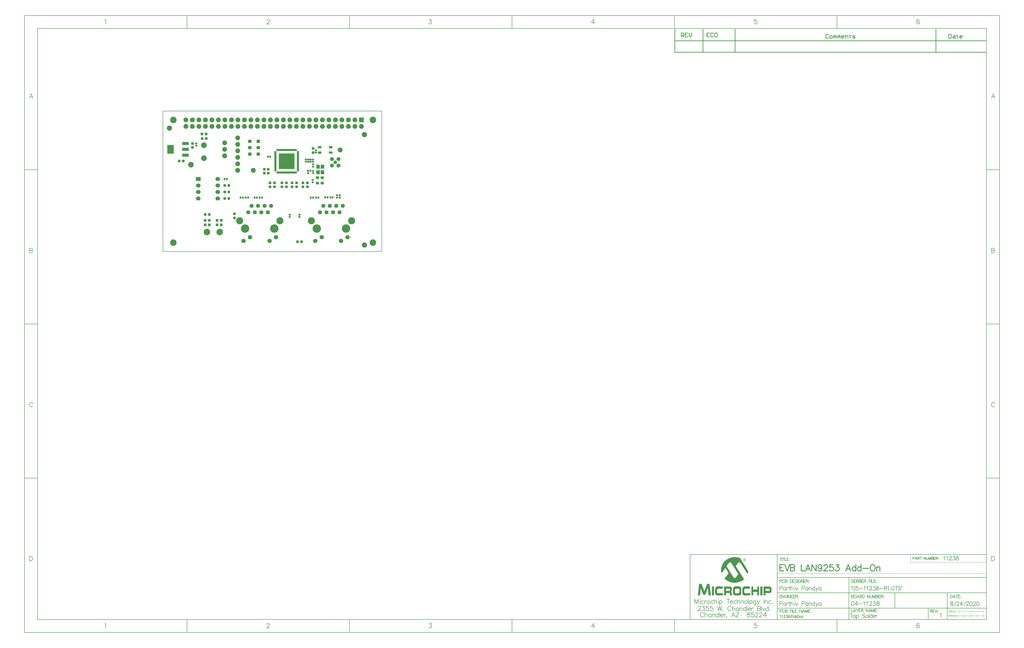
<source format=gts>
G04*
G04 #@! TF.GenerationSoftware,Altium Limited,Altium Designer,20.1.14 (287)*
G04*
G04 Layer_Color=5220458*
%FSLAX43Y43*%
%MOMM*%
G71*
G04*
G04 #@! TF.SameCoordinates,088B0059-FF59-4391-8688-F82EEA9C3BEC*
G04*
G04*
G04 #@! TF.FilePolarity,Negative*
G04*
G01*
G75*
%ADD11C,0.254*%
%ADD12C,0.200*%
%ADD15C,0.178*%
%ADD16C,0.127*%
%ADD17C,0.150*%
%ADD18C,0.100*%
%ADD19C,0.180*%
%ADD20C,0.350*%
%ADD34R,0.800X7.500*%
%ADD35R,7.500X0.800*%
G04:AMPARAMS|DCode=36|XSize=0.75mm|YSize=0.8mm|CornerRadius=0.238mm|HoleSize=0mm|Usage=FLASHONLY|Rotation=90.000|XOffset=0mm|YOffset=0mm|HoleType=Round|Shape=RoundedRectangle|*
%AMROUNDEDRECTD36*
21,1,0.750,0.325,0,0,90.0*
21,1,0.275,0.800,0,0,90.0*
1,1,0.475,0.163,0.138*
1,1,0.475,0.163,-0.138*
1,1,0.475,-0.163,-0.138*
1,1,0.475,-0.163,0.138*
%
%ADD36ROUNDEDRECTD36*%
%ADD37C,2.032*%
G04:AMPARAMS|DCode=38|XSize=0.75mm|YSize=0.8mm|CornerRadius=0.238mm|HoleSize=0mm|Usage=FLASHONLY|Rotation=180.000|XOffset=0mm|YOffset=0mm|HoleType=Round|Shape=RoundedRectangle|*
%AMROUNDEDRECTD38*
21,1,0.750,0.325,0,0,180.0*
21,1,0.275,0.800,0,0,180.0*
1,1,0.475,-0.138,0.163*
1,1,0.475,0.138,0.163*
1,1,0.475,0.138,-0.163*
1,1,0.475,-0.138,-0.163*
%
%ADD38ROUNDEDRECTD38*%
%ADD39R,1.000X1.000*%
G04:AMPARAMS|DCode=40|XSize=1.1mm|YSize=1mm|CornerRadius=0.3mm|HoleSize=0mm|Usage=FLASHONLY|Rotation=180.000|XOffset=0mm|YOffset=0mm|HoleType=Round|Shape=RoundedRectangle|*
%AMROUNDEDRECTD40*
21,1,1.100,0.400,0,0,180.0*
21,1,0.500,1.000,0,0,180.0*
1,1,0.600,-0.250,0.200*
1,1,0.600,0.250,0.200*
1,1,0.600,0.250,-0.200*
1,1,0.600,-0.250,-0.200*
%
%ADD40ROUNDEDRECTD40*%
G04:AMPARAMS|DCode=41|XSize=1.1mm|YSize=1mm|CornerRadius=0.3mm|HoleSize=0mm|Usage=FLASHONLY|Rotation=90.000|XOffset=0mm|YOffset=0mm|HoleType=Round|Shape=RoundedRectangle|*
%AMROUNDEDRECTD41*
21,1,1.100,0.400,0,0,90.0*
21,1,0.500,1.000,0,0,90.0*
1,1,0.600,0.200,0.250*
1,1,0.600,0.200,-0.250*
1,1,0.600,-0.200,-0.250*
1,1,0.600,-0.200,0.250*
%
%ADD41ROUNDEDRECTD41*%
%ADD42R,1.400X0.850*%
%ADD43R,6.102X6.102*%
%ADD44O,0.452X0.952*%
%ADD45O,0.952X0.452*%
%ADD46R,2.600X3.500*%
%ADD47R,2.600X1.150*%
%ADD48R,1.394X1.597*%
%ADD49R,1.200X1.100*%
%ADD50C,1.394*%
%ADD51C,1.546*%
%ADD52C,1.600*%
%ADD53C,2.800*%
%ADD54C,3.300*%
%ADD55C,1.700*%
%ADD56C,1.876*%
%ADD57R,1.876X1.876*%
%ADD58P,2.031X8X22.5*%
%ADD59O,1.851X1.495*%
%ADD60R,1.851X1.495*%
%ADD61C,2.200*%
%ADD62P,2.031X8X112.5*%
%ADD63C,1.470*%
%ADD64C,2.537*%
%ADD65C,0.422*%
G36*
X227343Y-120052D02*
X227427Y-120080D01*
X227540Y-120122D01*
X227639Y-120179D01*
X227724Y-120277D01*
X227780Y-120419D01*
X227808Y-120588D01*
X227808Y-120616D01*
X227794Y-120672D01*
X227780Y-120771D01*
X227738Y-120870D01*
X227681Y-120983D01*
X227582Y-121068D01*
X227441Y-121138D01*
X227258Y-121166D01*
X227216Y-121166D01*
X227173Y-121152D01*
X227117Y-121138D01*
X226976Y-121096D01*
X226905Y-121053D01*
X226835Y-120997D01*
X226835Y-120983D01*
X226806Y-120969D01*
X226750Y-120884D01*
X226694Y-120757D01*
X226679Y-120672D01*
X226665Y-120588D01*
X226665Y-120574D01*
X226665Y-120545D01*
X226679Y-120503D01*
X226694Y-120461D01*
X226750Y-120334D01*
X226792Y-120263D01*
X226849Y-120207D01*
X226863Y-120193D01*
X226877Y-120179D01*
X226962Y-120122D01*
X227089Y-120066D01*
X227173Y-120038D01*
X227286Y-120038D01*
X227343Y-120052D01*
X227343Y-120052D02*
G37*
G36*
X223731Y-119558D02*
X223843Y-119572D01*
X223985Y-119572D01*
X224126Y-119600D01*
X224450Y-119642D01*
X224803Y-119727D01*
X225156Y-119826D01*
X225508Y-119967D01*
X228669Y-125004D01*
X228669Y-125018D01*
X228669Y-125046D01*
X228655Y-125103D01*
X228655Y-125159D01*
X228641Y-125244D01*
X228627Y-125343D01*
X228584Y-125554D01*
X228584Y-125569D01*
X228570Y-125611D01*
X228556Y-125667D01*
X228542Y-125738D01*
X228514Y-125837D01*
X228486Y-125935D01*
X228415Y-126175D01*
X225664Y-121872D01*
X225649Y-121858D01*
X225635Y-121815D01*
X225579Y-121759D01*
X225522Y-121702D01*
X225452Y-121646D01*
X225367Y-121590D01*
X225283Y-121547D01*
X225170Y-121533D01*
X225127Y-121533D01*
X225085Y-121547D01*
X225029Y-121576D01*
X224958Y-121618D01*
X224873Y-121674D01*
X224803Y-121745D01*
X224718Y-121858D01*
X223801Y-123113D01*
X227032Y-128207D01*
X227018Y-128221D01*
X226962Y-128264D01*
X226877Y-128334D01*
X226764Y-128419D01*
X226609Y-128532D01*
X226425Y-128644D01*
X226228Y-128771D01*
X225988Y-128898D01*
X225734Y-129025D01*
X225438Y-129152D01*
X225142Y-129265D01*
X224803Y-129378D01*
X224450Y-129463D01*
X224083Y-129533D01*
X223702Y-129576D01*
X223293Y-129590D01*
X223194Y-129590D01*
X223081Y-129576D01*
X222926Y-129562D01*
X222729Y-129533D01*
X222503Y-129505D01*
X222263Y-129449D01*
X221981Y-129378D01*
X221699Y-129294D01*
X221388Y-129181D01*
X221064Y-129054D01*
X220739Y-128898D01*
X220415Y-128701D01*
X220090Y-128489D01*
X219780Y-128235D01*
X219469Y-127939D01*
X220838Y-126048D01*
X220852Y-126034D01*
X220866Y-125978D01*
X220894Y-125893D01*
X220909Y-125823D01*
X220923Y-125738D01*
X220923Y-125710D01*
X220909Y-125639D01*
X220866Y-125512D01*
X220782Y-125357D01*
X219766Y-123763D01*
X218256Y-125865D01*
X218256Y-125851D01*
X218242Y-125837D01*
X218228Y-125752D01*
X218200Y-125625D01*
X218171Y-125456D01*
X218129Y-125244D01*
X218101Y-125018D01*
X218087Y-124750D01*
X218073Y-124482D01*
X218073Y-124454D01*
X218073Y-124397D01*
X218087Y-124285D01*
X218101Y-124158D01*
X218115Y-123988D01*
X218143Y-123791D01*
X218200Y-123565D01*
X218256Y-123325D01*
X218327Y-123071D01*
X218425Y-122789D01*
X218552Y-122507D01*
X218679Y-122225D01*
X218849Y-121942D01*
X219046Y-121646D01*
X219272Y-121364D01*
X219526Y-121096D01*
X219540Y-121082D01*
X219596Y-121025D01*
X219681Y-120955D01*
X219808Y-120856D01*
X219963Y-120729D01*
X220147Y-120602D01*
X220358Y-120461D01*
X220598Y-120320D01*
X220866Y-120179D01*
X221163Y-120038D01*
X221487Y-119896D01*
X221826Y-119784D01*
X222193Y-119685D01*
X222588Y-119614D01*
X222997Y-119558D01*
X223434Y-119544D01*
X223632Y-119544D01*
X223731Y-119558D01*
X223731Y-119558D02*
G37*
G36*
X228979Y-131015D02*
X229050Y-131029D01*
X229106Y-131043D01*
X229120Y-131043D01*
X229149Y-131057D01*
X229247Y-131100D01*
X229304Y-131156D01*
X229346Y-131212D01*
X229389Y-131283D01*
X229417Y-131382D01*
X229417Y-131396D01*
X229431Y-131410D01*
X229431Y-131452D01*
X229445Y-131523D01*
X229445Y-131593D01*
X229459Y-131692D01*
X229459Y-131805D01*
X229459Y-131932D01*
X227568Y-131890D01*
X227554Y-131890D01*
X227498Y-131904D01*
X227427Y-131918D01*
X227357Y-131974D01*
X227272Y-132045D01*
X227202Y-132172D01*
X227173Y-132257D01*
X227145Y-132355D01*
X227131Y-132454D01*
X227131Y-132581D01*
X227131Y-132962D01*
X227131Y-132976D01*
X227131Y-132990D01*
X227145Y-133075D01*
X227159Y-133174D01*
X227187Y-133301D01*
X227230Y-133428D01*
X227314Y-133541D01*
X227413Y-133625D01*
X227484Y-133639D01*
X227554Y-133653D01*
X229487Y-133653D01*
X229487Y-133682D01*
X229487Y-133738D01*
X229487Y-133837D01*
X229473Y-133950D01*
X229459Y-134063D01*
X229445Y-134175D01*
X229417Y-134274D01*
X229374Y-134345D01*
X229374Y-134359D01*
X229346Y-134373D01*
X229304Y-134401D01*
X229247Y-134429D01*
X229163Y-134472D01*
X229050Y-134500D01*
X228909Y-134514D01*
X228739Y-134528D01*
X227329Y-134528D01*
X227216Y-134514D01*
X227075Y-134486D01*
X226933Y-134444D01*
X226778Y-134373D01*
X226651Y-134288D01*
X226552Y-134161D01*
X226552Y-134147D01*
X226524Y-134105D01*
X226496Y-134034D01*
X226468Y-133950D01*
X226440Y-133823D01*
X226411Y-133682D01*
X226397Y-133498D01*
X226383Y-133301D01*
X226383Y-132257D01*
X226383Y-132242D01*
X226383Y-132214D01*
X226383Y-132172D01*
X226397Y-132115D01*
X226411Y-131974D01*
X226440Y-131791D01*
X226482Y-131607D01*
X226567Y-131424D01*
X226665Y-131269D01*
X226736Y-131198D01*
X226806Y-131142D01*
X226821Y-131142D01*
X226849Y-131114D01*
X226891Y-131100D01*
X226962Y-131071D01*
X227046Y-131043D01*
X227159Y-131029D01*
X227286Y-131001D01*
X228810Y-131001D01*
X228979Y-131015D01*
X228979Y-131015D02*
G37*
G36*
X232902Y-134500D02*
X232182Y-134500D01*
X232182Y-133188D01*
X230616Y-133188D01*
X230616Y-134500D01*
X229939Y-134500D01*
X229939Y-131043D01*
X230616Y-131043D01*
X230616Y-132257D01*
X232182Y-132257D01*
X232182Y-131043D01*
X232902Y-131043D01*
X232902Y-134500D01*
X232902Y-134500D02*
G37*
G36*
X213205Y-129914D02*
X213275Y-129928D01*
X213360Y-129971D01*
X213430Y-130027D01*
X213501Y-130126D01*
X213572Y-130253D01*
X213600Y-130436D01*
X214065Y-134500D01*
X213191Y-134500D01*
X212951Y-131579D01*
X212937Y-131579D01*
X212048Y-133921D01*
X212048Y-133936D01*
X212019Y-133978D01*
X211977Y-134048D01*
X211921Y-134119D01*
X211850Y-134190D01*
X211766Y-134260D01*
X211667Y-134302D01*
X211540Y-134317D01*
X211483Y-134317D01*
X211413Y-134288D01*
X211328Y-134260D01*
X211229Y-134218D01*
X211145Y-134147D01*
X211074Y-134048D01*
X211004Y-133921D01*
X210115Y-131622D01*
X210101Y-131622D01*
X209847Y-134500D01*
X209000Y-134500D01*
X209437Y-130394D01*
X209437Y-130366D01*
X209452Y-130309D01*
X209480Y-130239D01*
X209522Y-130140D01*
X209579Y-130055D01*
X209663Y-129971D01*
X209776Y-129914D01*
X209903Y-129900D01*
X209974Y-129900D01*
X210058Y-129928D01*
X210157Y-129957D01*
X210256Y-130013D01*
X210369Y-130098D01*
X210453Y-130211D01*
X210538Y-130366D01*
X211526Y-132877D01*
X211540Y-132877D01*
X212527Y-130366D01*
X212542Y-130352D01*
X212556Y-130295D01*
X212612Y-130225D01*
X212669Y-130126D01*
X212753Y-130041D01*
X212866Y-129971D01*
X212993Y-129914D01*
X213148Y-129900D01*
X213162Y-129900D01*
X213205Y-129914D01*
X213205Y-129914D02*
G37*
G36*
X237036Y-131057D02*
X237149Y-131071D01*
X237276Y-131114D01*
X237417Y-131184D01*
X237544Y-131283D01*
X237657Y-131424D01*
X237741Y-131622D01*
X237741Y-131636D01*
X237756Y-131664D01*
X237756Y-131720D01*
X237770Y-131791D01*
X237784Y-131876D01*
X237784Y-131974D01*
X237798Y-132101D01*
X237798Y-132228D01*
X237798Y-132496D01*
X237798Y-132525D01*
X237798Y-132595D01*
X237784Y-132708D01*
X237770Y-132835D01*
X237741Y-132990D01*
X237713Y-133145D01*
X237657Y-133272D01*
X237586Y-133399D01*
X237586Y-133414D01*
X237558Y-133428D01*
X237516Y-133470D01*
X237473Y-133512D01*
X237403Y-133555D01*
X237318Y-133583D01*
X237234Y-133611D01*
X237121Y-133625D01*
X235399Y-133625D01*
X235399Y-134500D01*
X234694Y-134500D01*
X234694Y-131043D01*
X236965Y-131043D01*
X237036Y-131057D01*
X237036Y-131057D02*
G37*
G36*
X234228Y-134500D02*
X233410Y-134500D01*
X233410Y-131043D01*
X234228Y-131043D01*
X234228Y-134500D01*
X234228Y-134500D02*
G37*
G36*
X221727Y-131057D02*
X221840Y-131100D01*
X221967Y-131170D01*
X222023Y-131227D01*
X222094Y-131297D01*
X222150Y-131382D01*
X222193Y-131481D01*
X222249Y-131593D01*
X222277Y-131734D01*
X222291Y-131890D01*
X222305Y-132073D01*
X222305Y-132285D01*
X222305Y-132299D01*
X222305Y-132313D01*
X222305Y-132398D01*
X222291Y-132525D01*
X222263Y-132666D01*
X222207Y-132807D01*
X222136Y-132948D01*
X222037Y-133061D01*
X221910Y-133145D01*
X221910Y-133160D01*
X221924Y-133160D01*
X221967Y-133188D01*
X222037Y-133230D01*
X222108Y-133301D01*
X222178Y-133399D01*
X222249Y-133526D01*
X222291Y-133696D01*
X222305Y-133921D01*
X222305Y-134500D01*
X221572Y-134500D01*
X221572Y-134091D01*
X221572Y-134077D01*
X221572Y-134048D01*
X221572Y-133992D01*
X221572Y-133936D01*
X221558Y-133823D01*
X221558Y-133766D01*
X221544Y-133724D01*
X221529Y-133710D01*
X221487Y-133653D01*
X221417Y-133611D01*
X221290Y-133597D01*
X220006Y-133597D01*
X220006Y-134500D01*
X219272Y-134500D01*
X219272Y-131043D01*
X221642Y-131043D01*
X221727Y-131057D01*
X221727Y-131057D02*
G37*
G36*
X215307Y-134500D02*
X214503Y-134500D01*
X214503Y-131043D01*
X215307Y-131043D01*
X215307Y-134500D01*
X215307Y-134500D02*
G37*
G36*
X225156Y-131015D02*
X225283Y-131043D01*
X225410Y-131071D01*
X225551Y-131128D01*
X225664Y-131212D01*
X225762Y-131311D01*
X225776Y-131325D01*
X225805Y-131368D01*
X225833Y-131438D01*
X225875Y-131537D01*
X225918Y-131678D01*
X225960Y-131833D01*
X225974Y-132017D01*
X225988Y-132242D01*
X225988Y-133287D01*
X225988Y-133301D01*
X225988Y-133329D01*
X225988Y-133371D01*
X225974Y-133442D01*
X225960Y-133597D01*
X225932Y-133794D01*
X225861Y-133992D01*
X225776Y-134190D01*
X225649Y-134345D01*
X225565Y-134415D01*
X225480Y-134458D01*
X225466Y-134458D01*
X225438Y-134472D01*
X225395Y-134486D01*
X225339Y-134486D01*
X225268Y-134500D01*
X225184Y-134514D01*
X224958Y-134528D01*
X223688Y-134528D01*
X223575Y-134514D01*
X223448Y-134486D01*
X223307Y-134444D01*
X223166Y-134387D01*
X223039Y-134302D01*
X222926Y-134190D01*
X222912Y-134175D01*
X222898Y-134133D01*
X222870Y-134063D01*
X222842Y-133964D01*
X222799Y-133851D01*
X222771Y-133696D01*
X222757Y-133498D01*
X222743Y-133287D01*
X222743Y-132242D01*
X222743Y-132228D01*
X222743Y-132200D01*
X222743Y-132144D01*
X222757Y-132073D01*
X222771Y-131904D01*
X222813Y-131706D01*
X222884Y-131495D01*
X222997Y-131311D01*
X223067Y-131227D01*
X223138Y-131156D01*
X223237Y-131100D01*
X223335Y-131057D01*
X223350Y-131057D01*
X223364Y-131043D01*
X223406Y-131043D01*
X223462Y-131029D01*
X223604Y-131015D01*
X223787Y-131001D01*
X225057Y-131001D01*
X225156Y-131015D01*
X225156Y-131015D02*
G37*
G36*
X218087Y-131015D02*
X218256Y-131015D01*
X218411Y-131029D01*
X218538Y-131057D01*
X218581Y-131071D01*
X218609Y-131085D01*
X218623Y-131085D01*
X218637Y-131114D01*
X218665Y-131156D01*
X218707Y-131227D01*
X218750Y-131325D01*
X218778Y-131466D01*
X218792Y-131650D01*
X218806Y-131890D01*
X216901Y-131890D01*
X216817Y-131904D01*
X216718Y-131946D01*
X216619Y-132031D01*
X216605Y-132059D01*
X216591Y-132087D01*
X216563Y-132144D01*
X216549Y-132214D01*
X216520Y-132313D01*
X216506Y-132440D01*
X216506Y-132581D01*
X216506Y-132962D01*
X216506Y-132976D01*
X216506Y-133033D01*
X216506Y-133103D01*
X216520Y-133174D01*
X216535Y-133357D01*
X216549Y-133428D01*
X216563Y-133484D01*
X216577Y-133512D01*
X216633Y-133569D01*
X216690Y-133597D01*
X216746Y-133625D01*
X216831Y-133639D01*
X216916Y-133653D01*
X218849Y-133653D01*
X218849Y-133682D01*
X218849Y-133738D01*
X218849Y-133823D01*
X218834Y-133921D01*
X218806Y-134147D01*
X218778Y-134246D01*
X218750Y-134317D01*
X218750Y-134331D01*
X218722Y-134345D01*
X218679Y-134387D01*
X218623Y-134415D01*
X218524Y-134458D01*
X218411Y-134500D01*
X218270Y-134514D01*
X218101Y-134528D01*
X216704Y-134528D01*
X216605Y-134514D01*
X216478Y-134486D01*
X216337Y-134458D01*
X216196Y-134415D01*
X216069Y-134345D01*
X215970Y-134246D01*
X215956Y-134232D01*
X215942Y-134190D01*
X215900Y-134119D01*
X215857Y-134020D01*
X215815Y-133893D01*
X215787Y-133724D01*
X215759Y-133526D01*
X215744Y-133287D01*
X215744Y-132242D01*
X215744Y-132228D01*
X215744Y-132200D01*
X215744Y-132144D01*
X215759Y-132073D01*
X215787Y-131890D01*
X215829Y-131678D01*
X215914Y-131466D01*
X216041Y-131269D01*
X216125Y-131184D01*
X216224Y-131114D01*
X216323Y-131057D01*
X216450Y-131029D01*
X216478Y-131029D01*
X216549Y-131015D01*
X216662Y-131001D01*
X217917Y-131001D01*
X218087Y-131015D01*
X218087Y-131015D02*
G37*
%LPC*%
G36*
X227258Y-120136D02*
X227187Y-120136D01*
X227103Y-120165D01*
X227018Y-120193D01*
X226919Y-120249D01*
X226849Y-120320D01*
X226792Y-120433D01*
X226764Y-120588D01*
X226764Y-120602D01*
X226764Y-120616D01*
X226778Y-120701D01*
X226821Y-120814D01*
X226905Y-120941D01*
X226933Y-120969D01*
X227004Y-121011D01*
X227117Y-121053D01*
X227258Y-121082D01*
X227272Y-121082D01*
X227329Y-121068D01*
X227399Y-121053D01*
X227498Y-121025D01*
X227582Y-120955D01*
X227653Y-120870D01*
X227709Y-120757D01*
X227724Y-120588D01*
X227724Y-120574D01*
X227724Y-120517D01*
X227695Y-120447D01*
X227667Y-120362D01*
X227611Y-120277D01*
X227526Y-120207D01*
X227413Y-120150D01*
X227258Y-120136D01*
X227258Y-120136D02*
G37*
%LPD*%
G36*
X227385Y-120292D02*
X227456Y-120348D01*
X227484Y-120390D01*
X227498Y-120461D01*
X227498Y-120475D01*
X227498Y-120489D01*
X227484Y-120560D01*
X227427Y-120616D01*
X227385Y-120644D01*
X227329Y-120658D01*
X227512Y-120941D01*
X227399Y-120941D01*
X227230Y-120658D01*
X227117Y-120658D01*
X227117Y-120941D01*
X227018Y-120941D01*
X227018Y-120263D01*
X227300Y-120263D01*
X227385Y-120292D01*
X227385Y-120292D02*
G37*
%LPC*%
G36*
X227286Y-120362D02*
X227117Y-120362D01*
X227117Y-120574D01*
X227300Y-120574D01*
X227343Y-120560D01*
X227371Y-120531D01*
X227385Y-120461D01*
X227385Y-120447D01*
X227371Y-120404D01*
X227343Y-120376D01*
X227286Y-120362D01*
X227286Y-120362D02*
G37*
G36*
X221600Y-121519D02*
X221558Y-121519D01*
X221501Y-121533D01*
X221445Y-121561D01*
X221374Y-121604D01*
X221290Y-121660D01*
X221205Y-121731D01*
X221120Y-121844D01*
X220231Y-123099D01*
X222926Y-127375D01*
X222940Y-127389D01*
X222969Y-127431D01*
X223011Y-127502D01*
X223067Y-127558D01*
X223138Y-127629D01*
X223223Y-127699D01*
X223293Y-127741D01*
X223378Y-127756D01*
X223420Y-127756D01*
X223477Y-127741D01*
X223533Y-127713D01*
X223604Y-127685D01*
X223688Y-127643D01*
X223773Y-127572D01*
X223843Y-127473D01*
X224789Y-126119D01*
X222080Y-121858D01*
X222066Y-121844D01*
X222037Y-121801D01*
X221995Y-121745D01*
X221939Y-121688D01*
X221868Y-121632D01*
X221783Y-121576D01*
X221699Y-121533D01*
X221600Y-121519D01*
X221600Y-121519D02*
G37*
G36*
X236768Y-131876D02*
X235399Y-131876D01*
X235399Y-132750D01*
X236853Y-132750D01*
X236881Y-132736D01*
X236923Y-132708D01*
X236965Y-132666D01*
X237008Y-132595D01*
X237022Y-132511D01*
X237036Y-132398D01*
X237036Y-132257D01*
X237036Y-132242D01*
X237036Y-132200D01*
X237022Y-132130D01*
X237008Y-132059D01*
X236965Y-132003D01*
X236923Y-131932D01*
X236853Y-131890D01*
X236768Y-131876D01*
X236768Y-131876D02*
G37*
G36*
X221261Y-131876D02*
X220006Y-131876D01*
X220006Y-132736D01*
X221374Y-132736D01*
X221417Y-132722D01*
X221473Y-132694D01*
X221529Y-132652D01*
X221572Y-132581D01*
X221600Y-132496D01*
X221614Y-132369D01*
X221614Y-132257D01*
X221614Y-132242D01*
X221614Y-132200D01*
X221600Y-132130D01*
X221572Y-132059D01*
X221529Y-132003D01*
X221459Y-131932D01*
X221374Y-131890D01*
X221261Y-131876D01*
X221261Y-131876D02*
G37*
G36*
X224859Y-131876D02*
X223900Y-131876D01*
X223815Y-131890D01*
X223702Y-131946D01*
X223646Y-131974D01*
X223604Y-132031D01*
X223589Y-132059D01*
X223575Y-132101D01*
X223547Y-132158D01*
X223533Y-132228D01*
X223505Y-132327D01*
X223491Y-132440D01*
X223491Y-132581D01*
X223491Y-132962D01*
X223491Y-132976D01*
X223491Y-133033D01*
X223491Y-133089D01*
X223505Y-133174D01*
X223519Y-133357D01*
X223533Y-133442D01*
X223561Y-133512D01*
X223575Y-133541D01*
X223632Y-133583D01*
X223731Y-133625D01*
X223801Y-133653D01*
X224831Y-133653D01*
X224888Y-133639D01*
X224958Y-133611D01*
X225043Y-133569D01*
X225127Y-133484D01*
X225198Y-133357D01*
X225226Y-133287D01*
X225254Y-133188D01*
X225268Y-133089D01*
X225268Y-132962D01*
X225268Y-132581D01*
X225268Y-132567D01*
X225268Y-132511D01*
X225268Y-132454D01*
X225254Y-132369D01*
X225212Y-132186D01*
X225170Y-132101D01*
X225127Y-132031D01*
X225127Y-132017D01*
X225099Y-132003D01*
X225029Y-131946D01*
X224930Y-131904D01*
X224859Y-131876D01*
X224859Y-131876D02*
G37*
%LPD*%
D11*
X223500Y78000D02*
X223500Y82500D01*
X200000Y82500D02*
X200000Y87000D01*
X200000Y82500D02*
X321500Y82500D01*
X211000Y82500D02*
X211000Y87000D01*
X223500Y82500D02*
X223500Y87000D01*
X302000Y82500D02*
X302000Y87000D01*
X200000Y78000D02*
X200000Y82500D01*
X200000Y78000D02*
X321500Y78000D01*
X302000Y78000D02*
X302000Y82500D01*
X211000Y78000D02*
X211000Y82500D01*
X202500Y84000D02*
X202500Y85524D01*
X203262Y85524D01*
X203516Y85270D01*
X203516Y84762D01*
X203262Y84508D01*
X202500Y84508D01*
X203008Y84508D02*
X203516Y84000D01*
X205039Y85524D02*
X204024Y85524D01*
X204024Y84000D01*
X205039Y84000D01*
X204024Y84762D02*
X204531Y84762D01*
X205547Y85524D02*
X205547Y84508D01*
X206055Y84000D01*
X206563Y84508D01*
X206563Y85524D01*
X213516Y85524D02*
X212500Y85524D01*
X212500Y84000D01*
X213516Y84000D01*
X212500Y84762D02*
X213008Y84762D01*
X215039Y85270D02*
X214785Y85524D01*
X214277Y85524D01*
X214024Y85270D01*
X214024Y84254D01*
X214277Y84000D01*
X214785Y84000D01*
X215039Y84254D01*
X216309Y85524D02*
X215801Y85524D01*
X215547Y85270D01*
X215547Y84254D01*
X215801Y84000D01*
X216309Y84000D01*
X216563Y84254D01*
X216563Y85270D01*
X216309Y85524D01*
X260016Y84770D02*
X259762Y85024D01*
X259254Y85024D01*
X259000Y84770D01*
X259000Y83754D01*
X259254Y83500D01*
X259762Y83500D01*
X260016Y83754D01*
X260777Y83500D02*
X261285Y83500D01*
X261539Y83754D01*
X261539Y84262D01*
X261285Y84516D01*
X260777Y84516D01*
X260524Y84262D01*
X260524Y83754D01*
X260777Y83500D01*
X262047Y83500D02*
X262047Y84516D01*
X262301Y84516D01*
X262555Y84262D01*
X262555Y83500D01*
X262555Y84262D01*
X262809Y84516D01*
X263063Y84262D01*
X263063Y83500D01*
X263571Y83500D02*
X263571Y84516D01*
X263824Y84516D01*
X264078Y84262D01*
X264078Y83500D01*
X264078Y84262D01*
X264332Y84516D01*
X264586Y84262D01*
X264586Y83500D01*
X265856Y83500D02*
X265348Y83500D01*
X265094Y83754D01*
X265094Y84262D01*
X265348Y84516D01*
X265856Y84516D01*
X266110Y84262D01*
X266110Y84008D01*
X265094Y84008D01*
X266618Y83500D02*
X266618Y84516D01*
X267379Y84516D01*
X267633Y84262D01*
X267633Y83500D01*
X268395Y84770D02*
X268395Y84516D01*
X268141Y84516D01*
X268649Y84516D01*
X268395Y84516D01*
X268395Y83754D01*
X268649Y83500D01*
X269411Y83500D02*
X270172Y83500D01*
X270426Y83754D01*
X270172Y84008D01*
X269665Y84008D01*
X269411Y84262D01*
X269665Y84516D01*
X270426Y84516D01*
X307000Y85024D02*
X307000Y83500D01*
X307762Y83500D01*
X308016Y83754D01*
X308016Y84770D01*
X307762Y85024D01*
X307000Y85024D01*
X308777Y84516D02*
X309285Y84516D01*
X309539Y84262D01*
X309539Y83500D01*
X308777Y83500D01*
X308524Y83754D01*
X308777Y84008D01*
X309539Y84008D01*
X310301Y84770D02*
X310301Y84516D01*
X310047Y84516D01*
X310555Y84516D01*
X310301Y84516D01*
X310301Y83754D01*
X310555Y83500D01*
X312078Y83500D02*
X311571Y83500D01*
X311317Y83754D01*
X311317Y84262D01*
X311571Y84516D01*
X312078Y84516D01*
X312332Y84262D01*
X312332Y84008D01*
X311317Y84008D01*
D12*
X305000Y-119536D02*
X305143Y-119465D01*
X305357Y-119250D01*
X305357Y-120750D01*
X306100Y-119536D02*
X306243Y-119465D01*
X306457Y-119250D01*
X306457Y-120750D01*
X307271Y-119607D02*
X307271Y-119536D01*
X307342Y-119393D01*
X307414Y-119322D01*
X307557Y-119250D01*
X307842Y-119250D01*
X307985Y-119322D01*
X308057Y-119393D01*
X308128Y-119536D01*
X308128Y-119679D01*
X308057Y-119822D01*
X307914Y-120036D01*
X307200Y-120750D01*
X308199Y-120750D01*
X308678Y-119250D02*
X309463Y-119250D01*
X309035Y-119822D01*
X309249Y-119822D01*
X309392Y-119893D01*
X309463Y-119964D01*
X309535Y-120179D01*
X309535Y-120321D01*
X309463Y-120536D01*
X309321Y-120679D01*
X309106Y-120750D01*
X308892Y-120750D01*
X308678Y-120679D01*
X308606Y-120607D01*
X308535Y-120464D01*
X310227Y-119250D02*
X310013Y-119322D01*
X309942Y-119465D01*
X309942Y-119607D01*
X310013Y-119750D01*
X310156Y-119822D01*
X310442Y-119893D01*
X310656Y-119964D01*
X310799Y-120107D01*
X310870Y-120250D01*
X310870Y-120464D01*
X310799Y-120607D01*
X310727Y-120679D01*
X310513Y-120750D01*
X310227Y-120750D01*
X310013Y-120679D01*
X309942Y-120607D01*
X309870Y-120464D01*
X309870Y-120250D01*
X309942Y-120107D01*
X310085Y-119964D01*
X310299Y-119893D01*
X310585Y-119822D01*
X310727Y-119750D01*
X310799Y-119607D01*
X310799Y-119465D01*
X310727Y-119322D01*
X310513Y-119250D01*
X310227Y-119250D01*
D15*
X303678Y-141858D02*
X303821Y-141787D01*
X304035Y-141573D01*
X304035Y-143072D01*
X269071Y-131143D02*
X269000Y-131072D01*
X269071Y-131000D01*
X269143Y-131072D01*
X269143Y-131215D01*
X269071Y-131357D01*
X269000Y-131429D01*
X269900Y-131000D02*
X269686Y-131072D01*
X269543Y-131286D01*
X269471Y-131643D01*
X269471Y-131857D01*
X269543Y-132214D01*
X269686Y-132429D01*
X269900Y-132500D01*
X270043Y-132500D01*
X270257Y-132429D01*
X270400Y-132214D01*
X270471Y-131857D01*
X270471Y-131643D01*
X270400Y-131286D01*
X270257Y-131072D01*
X270043Y-131000D01*
X269900Y-131000D01*
X271664Y-131000D02*
X270950Y-131000D01*
X270878Y-131643D01*
X270950Y-131572D01*
X271164Y-131500D01*
X271378Y-131500D01*
X271592Y-131572D01*
X271735Y-131714D01*
X271807Y-131929D01*
X271807Y-132072D01*
X271735Y-132286D01*
X271592Y-132429D01*
X271378Y-132500D01*
X271164Y-132500D01*
X270950Y-132429D01*
X270878Y-132357D01*
X270807Y-132214D01*
X272142Y-131857D02*
X273428Y-131857D01*
X273870Y-131286D02*
X274013Y-131215D01*
X274227Y-131000D01*
X274227Y-132500D01*
X274970Y-131286D02*
X275113Y-131215D01*
X275327Y-131000D01*
X275327Y-132500D01*
X276141Y-131357D02*
X276141Y-131286D01*
X276213Y-131143D01*
X276284Y-131072D01*
X276427Y-131000D01*
X276713Y-131000D01*
X276855Y-131072D01*
X276927Y-131143D01*
X276998Y-131286D01*
X276998Y-131429D01*
X276927Y-131572D01*
X276784Y-131786D01*
X276070Y-132500D01*
X277070Y-132500D01*
X277548Y-131000D02*
X278334Y-131000D01*
X277905Y-131572D01*
X278119Y-131572D01*
X278262Y-131643D01*
X278334Y-131714D01*
X278405Y-131929D01*
X278405Y-132072D01*
X278334Y-132286D01*
X278191Y-132429D01*
X277977Y-132500D01*
X277762Y-132500D01*
X277548Y-132429D01*
X277477Y-132357D01*
X277405Y-132214D01*
X279098Y-131000D02*
X278884Y-131072D01*
X278812Y-131215D01*
X278812Y-131357D01*
X278884Y-131500D01*
X279026Y-131572D01*
X279312Y-131643D01*
X279526Y-131714D01*
X279669Y-131857D01*
X279741Y-132000D01*
X279741Y-132214D01*
X279669Y-132357D01*
X279598Y-132429D01*
X279384Y-132500D01*
X279098Y-132500D01*
X278884Y-132429D01*
X278812Y-132357D01*
X278741Y-132214D01*
X278741Y-132000D01*
X278812Y-131857D01*
X278955Y-131714D01*
X279169Y-131643D01*
X279455Y-131572D01*
X279598Y-131500D01*
X279669Y-131357D01*
X279669Y-131215D01*
X279598Y-131072D01*
X279384Y-131000D01*
X279098Y-131000D01*
X280076Y-131857D02*
X281362Y-131857D01*
X281804Y-131000D02*
X281804Y-132500D01*
X281804Y-131000D02*
X282447Y-131000D01*
X282661Y-131072D01*
X282733Y-131143D01*
X282804Y-131286D01*
X282804Y-131429D01*
X282733Y-131572D01*
X282661Y-131643D01*
X282447Y-131714D01*
X281804Y-131714D01*
X282304Y-131714D02*
X282804Y-132500D01*
X283140Y-131286D02*
X283283Y-131215D01*
X283497Y-131000D01*
X283497Y-132500D01*
X284311Y-132357D02*
X284240Y-132429D01*
X284311Y-132500D01*
X284382Y-132429D01*
X284311Y-132357D01*
X285782Y-131357D02*
X285711Y-131215D01*
X285568Y-131072D01*
X285425Y-131000D01*
X285139Y-131000D01*
X284997Y-131072D01*
X284854Y-131215D01*
X284782Y-131357D01*
X284711Y-131572D01*
X284711Y-131929D01*
X284782Y-132143D01*
X284854Y-132286D01*
X284997Y-132429D01*
X285139Y-132500D01*
X285425Y-132500D01*
X285568Y-132429D01*
X285711Y-132286D01*
X285782Y-132143D01*
X285782Y-131929D01*
X285425Y-131929D02*
X285782Y-131929D01*
X286625Y-131000D02*
X286625Y-132500D01*
X286125Y-131000D02*
X287125Y-131000D01*
X288303Y-131215D02*
X288160Y-131072D01*
X287946Y-131000D01*
X287660Y-131000D01*
X287446Y-131072D01*
X287303Y-131215D01*
X287303Y-131357D01*
X287375Y-131500D01*
X287446Y-131572D01*
X287589Y-131643D01*
X288017Y-131786D01*
X288160Y-131857D01*
X288232Y-131929D01*
X288303Y-132072D01*
X288303Y-132286D01*
X288160Y-132429D01*
X287946Y-132500D01*
X287660Y-132500D01*
X287446Y-132429D01*
X287303Y-132286D01*
X288710Y-131143D02*
X288639Y-131072D01*
X288710Y-131000D01*
X288781Y-131072D01*
X288781Y-131215D01*
X288710Y-131357D01*
X288639Y-131429D01*
X241000Y-131738D02*
X241686Y-131738D01*
X241914Y-131662D01*
X241990Y-131586D01*
X242066Y-131434D01*
X242066Y-131205D01*
X241990Y-131053D01*
X241914Y-130977D01*
X241686Y-130900D01*
X241000Y-130900D01*
X241000Y-132500D01*
X243339Y-131434D02*
X243339Y-132500D01*
X243339Y-131662D02*
X243186Y-131510D01*
X243034Y-131434D01*
X242805Y-131434D01*
X242653Y-131510D01*
X242501Y-131662D01*
X242424Y-131891D01*
X242424Y-132043D01*
X242501Y-132271D01*
X242653Y-132424D01*
X242805Y-132500D01*
X243034Y-132500D01*
X243186Y-132424D01*
X243339Y-132271D01*
X243765Y-131434D02*
X243765Y-132500D01*
X243765Y-131891D02*
X243841Y-131662D01*
X243994Y-131510D01*
X244146Y-131434D01*
X244375Y-131434D01*
X244748Y-130900D02*
X244748Y-132195D01*
X244824Y-132424D01*
X244976Y-132500D01*
X245129Y-132500D01*
X244519Y-131434D02*
X245052Y-131434D01*
X245357Y-130900D02*
X245357Y-132500D01*
X245357Y-131738D02*
X245586Y-131510D01*
X245738Y-131434D01*
X245967Y-131434D01*
X246119Y-131510D01*
X246195Y-131738D01*
X246195Y-132500D01*
X246766Y-130900D02*
X246843Y-130977D01*
X246919Y-130900D01*
X246843Y-130824D01*
X246766Y-130900D01*
X246843Y-131434D02*
X246843Y-132500D01*
X247201Y-131434D02*
X247658Y-132500D01*
X248115Y-131434D02*
X247658Y-132500D01*
X249631Y-131738D02*
X250316Y-131738D01*
X250545Y-131662D01*
X250621Y-131586D01*
X250697Y-131434D01*
X250697Y-131205D01*
X250621Y-131053D01*
X250545Y-130977D01*
X250316Y-130900D01*
X249631Y-130900D01*
X249631Y-132500D01*
X251969Y-131434D02*
X251969Y-132500D01*
X251969Y-131662D02*
X251817Y-131510D01*
X251664Y-131434D01*
X251436Y-131434D01*
X251284Y-131510D01*
X251131Y-131662D01*
X251055Y-131891D01*
X251055Y-132043D01*
X251131Y-132271D01*
X251284Y-132424D01*
X251436Y-132500D01*
X251664Y-132500D01*
X251817Y-132424D01*
X251969Y-132271D01*
X252396Y-131434D02*
X252396Y-132500D01*
X252396Y-131738D02*
X252624Y-131510D01*
X252777Y-131434D01*
X253005Y-131434D01*
X253157Y-131510D01*
X253234Y-131738D01*
X253234Y-132500D01*
X254567Y-130900D02*
X254567Y-132500D01*
X254567Y-131662D02*
X254414Y-131510D01*
X254262Y-131434D01*
X254033Y-131434D01*
X253881Y-131510D01*
X253729Y-131662D01*
X253653Y-131891D01*
X253653Y-132043D01*
X253729Y-132271D01*
X253881Y-132424D01*
X254033Y-132500D01*
X254262Y-132500D01*
X254414Y-132424D01*
X254567Y-132271D01*
X255069Y-131434D02*
X255526Y-132500D01*
X255983Y-131434D02*
X255526Y-132500D01*
X255374Y-132805D01*
X255222Y-132957D01*
X255069Y-133033D01*
X254993Y-133033D01*
X257164Y-131434D02*
X257164Y-132500D01*
X257164Y-131662D02*
X257012Y-131510D01*
X256859Y-131434D01*
X256631Y-131434D01*
X256479Y-131510D01*
X256326Y-131662D01*
X256250Y-131891D01*
X256250Y-132043D01*
X256326Y-132271D01*
X256479Y-132424D01*
X256631Y-132500D01*
X256859Y-132500D01*
X257012Y-132424D01*
X257164Y-132271D01*
X207770Y-135982D02*
X207770Y-137760D01*
X207770Y-135982D02*
X208447Y-137760D01*
X209124Y-135982D02*
X208447Y-137760D01*
X209124Y-135982D02*
X209124Y-137760D01*
X209802Y-135982D02*
X209886Y-136067D01*
X209971Y-135982D01*
X209886Y-135898D01*
X209802Y-135982D01*
X209886Y-136575D02*
X209886Y-137760D01*
X211300Y-136829D02*
X211131Y-136660D01*
X210961Y-136575D01*
X210707Y-136575D01*
X210538Y-136660D01*
X210369Y-136829D01*
X210284Y-137083D01*
X210284Y-137252D01*
X210369Y-137506D01*
X210538Y-137675D01*
X210707Y-137760D01*
X210961Y-137760D01*
X211131Y-137675D01*
X211300Y-137506D01*
X211681Y-136575D02*
X211681Y-137760D01*
X211681Y-137083D02*
X211765Y-136829D01*
X211935Y-136660D01*
X212104Y-136575D01*
X212358Y-136575D01*
X212942Y-136575D02*
X212773Y-136660D01*
X212603Y-136829D01*
X212519Y-137083D01*
X212519Y-137252D01*
X212603Y-137506D01*
X212773Y-137675D01*
X212942Y-137760D01*
X213196Y-137760D01*
X213365Y-137675D01*
X213535Y-137506D01*
X213619Y-137252D01*
X213619Y-137083D01*
X213535Y-136829D01*
X213365Y-136660D01*
X213196Y-136575D01*
X212942Y-136575D01*
X215024Y-136829D02*
X214855Y-136660D01*
X214686Y-136575D01*
X214432Y-136575D01*
X214263Y-136660D01*
X214093Y-136829D01*
X214009Y-137083D01*
X214009Y-137252D01*
X214093Y-137506D01*
X214263Y-137675D01*
X214432Y-137760D01*
X214686Y-137760D01*
X214855Y-137675D01*
X215024Y-137506D01*
X215405Y-135982D02*
X215405Y-137760D01*
X215405Y-136913D02*
X215659Y-136660D01*
X215829Y-136575D01*
X216083Y-136575D01*
X216252Y-136660D01*
X216336Y-136913D01*
X216336Y-137760D01*
X216971Y-135982D02*
X217056Y-136067D01*
X217141Y-135982D01*
X217056Y-135898D01*
X216971Y-135982D01*
X217056Y-136575D02*
X217056Y-137760D01*
X217454Y-136575D02*
X217454Y-138353D01*
X217454Y-136829D02*
X217623Y-136660D01*
X217792Y-136575D01*
X218046Y-136575D01*
X218216Y-136660D01*
X218385Y-136829D01*
X218470Y-137083D01*
X218470Y-137252D01*
X218385Y-137506D01*
X218216Y-137675D01*
X218046Y-137760D01*
X217792Y-137760D01*
X217623Y-137675D01*
X217454Y-137506D01*
X220840Y-135982D02*
X220840Y-137760D01*
X220247Y-135982D02*
X221432Y-135982D01*
X221644Y-137083D02*
X222660Y-137083D01*
X222660Y-136913D01*
X222575Y-136744D01*
X222490Y-136660D01*
X222321Y-136575D01*
X222067Y-136575D01*
X221898Y-136660D01*
X221729Y-136829D01*
X221644Y-137083D01*
X221644Y-137252D01*
X221729Y-137506D01*
X221898Y-137675D01*
X222067Y-137760D01*
X222321Y-137760D01*
X222490Y-137675D01*
X222660Y-137506D01*
X224056Y-136829D02*
X223887Y-136660D01*
X223718Y-136575D01*
X223464Y-136575D01*
X223295Y-136660D01*
X223125Y-136829D01*
X223041Y-137083D01*
X223041Y-137252D01*
X223125Y-137506D01*
X223295Y-137675D01*
X223464Y-137760D01*
X223718Y-137760D01*
X223887Y-137675D01*
X224056Y-137506D01*
X224437Y-135982D02*
X224437Y-137760D01*
X224437Y-136913D02*
X224691Y-136660D01*
X224861Y-136575D01*
X225115Y-136575D01*
X225284Y-136660D01*
X225368Y-136913D01*
X225368Y-137760D01*
X225834Y-136575D02*
X225834Y-137760D01*
X225834Y-136913D02*
X226088Y-136660D01*
X226257Y-136575D01*
X226511Y-136575D01*
X226680Y-136660D01*
X226765Y-136913D01*
X226765Y-137760D01*
X227654Y-136575D02*
X227485Y-136660D01*
X227315Y-136829D01*
X227231Y-137083D01*
X227231Y-137252D01*
X227315Y-137506D01*
X227485Y-137675D01*
X227654Y-137760D01*
X227908Y-137760D01*
X228077Y-137675D01*
X228246Y-137506D01*
X228331Y-137252D01*
X228331Y-137083D01*
X228246Y-136829D01*
X228077Y-136660D01*
X227908Y-136575D01*
X227654Y-136575D01*
X228721Y-135982D02*
X228721Y-137760D01*
X229516Y-136575D02*
X229347Y-136660D01*
X229178Y-136829D01*
X229093Y-137083D01*
X229093Y-137252D01*
X229178Y-137506D01*
X229347Y-137675D01*
X229516Y-137760D01*
X229770Y-137760D01*
X229939Y-137675D01*
X230109Y-137506D01*
X230193Y-137252D01*
X230193Y-137083D01*
X230109Y-136829D01*
X229939Y-136660D01*
X229770Y-136575D01*
X229516Y-136575D01*
X231599Y-136575D02*
X231599Y-137929D01*
X231514Y-138183D01*
X231429Y-138268D01*
X231260Y-138353D01*
X231006Y-138353D01*
X230837Y-138268D01*
X231599Y-136829D02*
X231429Y-136660D01*
X231260Y-136575D01*
X231006Y-136575D01*
X230837Y-136660D01*
X230667Y-136829D01*
X230583Y-137083D01*
X230583Y-137252D01*
X230667Y-137506D01*
X230837Y-137675D01*
X231006Y-137760D01*
X231260Y-137760D01*
X231429Y-137675D01*
X231599Y-137506D01*
X232157Y-136575D02*
X232665Y-137760D01*
X233173Y-136575D02*
X232665Y-137760D01*
X232496Y-138099D01*
X232327Y-138268D01*
X232157Y-138353D01*
X232073Y-138353D01*
X234866Y-135982D02*
X234866Y-137760D01*
X235238Y-136575D02*
X235238Y-137760D01*
X235238Y-136913D02*
X235492Y-136660D01*
X235662Y-136575D01*
X235916Y-136575D01*
X236085Y-136660D01*
X236170Y-136913D01*
X236170Y-137760D01*
X237651Y-136829D02*
X237482Y-136660D01*
X237312Y-136575D01*
X237058Y-136575D01*
X236889Y-136660D01*
X236720Y-136829D01*
X236635Y-137083D01*
X236635Y-137252D01*
X236720Y-137506D01*
X236889Y-137675D01*
X237058Y-137760D01*
X237312Y-137760D01*
X237482Y-137675D01*
X237651Y-137506D01*
X238117Y-137591D02*
X238032Y-137675D01*
X238117Y-137760D01*
X238201Y-137675D01*
X238117Y-137591D01*
X209085Y-139146D02*
X209085Y-139061D01*
X209169Y-138892D01*
X209254Y-138807D01*
X209423Y-138722D01*
X209762Y-138722D01*
X209931Y-138807D01*
X210016Y-138892D01*
X210100Y-139061D01*
X210100Y-139230D01*
X210016Y-139400D01*
X209846Y-139654D01*
X209000Y-140500D01*
X210185Y-140500D01*
X210752Y-138722D02*
X211683Y-138722D01*
X211175Y-139400D01*
X211429Y-139400D01*
X211599Y-139484D01*
X211683Y-139569D01*
X211768Y-139823D01*
X211768Y-139992D01*
X211683Y-140246D01*
X211514Y-140415D01*
X211260Y-140500D01*
X211006Y-140500D01*
X210752Y-140415D01*
X210668Y-140331D01*
X210583Y-140161D01*
X213182Y-138722D02*
X212335Y-138722D01*
X212251Y-139484D01*
X212335Y-139400D01*
X212589Y-139315D01*
X212843Y-139315D01*
X213097Y-139400D01*
X213266Y-139569D01*
X213351Y-139823D01*
X213351Y-139992D01*
X213266Y-140246D01*
X213097Y-140415D01*
X212843Y-140500D01*
X212589Y-140500D01*
X212335Y-140415D01*
X212251Y-140331D01*
X212166Y-140161D01*
X214765Y-138722D02*
X213918Y-138722D01*
X213833Y-139484D01*
X213918Y-139400D01*
X214172Y-139315D01*
X214426Y-139315D01*
X214680Y-139400D01*
X214849Y-139569D01*
X214934Y-139823D01*
X214934Y-139992D01*
X214849Y-140246D01*
X214680Y-140415D01*
X214426Y-140500D01*
X214172Y-140500D01*
X213918Y-140415D01*
X213833Y-140331D01*
X213749Y-140161D01*
X216728Y-138722D02*
X217152Y-140500D01*
X217575Y-138722D02*
X217152Y-140500D01*
X217575Y-138722D02*
X217998Y-140500D01*
X218421Y-138722D02*
X217998Y-140500D01*
X218862Y-140331D02*
X218777Y-140415D01*
X218862Y-140500D01*
X218946Y-140415D01*
X218862Y-140331D01*
X222002Y-139146D02*
X221917Y-138976D01*
X221748Y-138807D01*
X221579Y-138722D01*
X221240Y-138722D01*
X221071Y-138807D01*
X220902Y-138976D01*
X220817Y-139146D01*
X220732Y-139400D01*
X220732Y-139823D01*
X220817Y-140077D01*
X220902Y-140246D01*
X221071Y-140415D01*
X221240Y-140500D01*
X221579Y-140500D01*
X221748Y-140415D01*
X221917Y-140246D01*
X222002Y-140077D01*
X222501Y-138722D02*
X222501Y-140500D01*
X222501Y-139654D02*
X222755Y-139400D01*
X222925Y-139315D01*
X223179Y-139315D01*
X223348Y-139400D01*
X223433Y-139654D01*
X223433Y-140500D01*
X224914Y-139315D02*
X224914Y-140500D01*
X224914Y-139569D02*
X224745Y-139400D01*
X224575Y-139315D01*
X224321Y-139315D01*
X224152Y-139400D01*
X223983Y-139569D01*
X223898Y-139823D01*
X223898Y-139992D01*
X223983Y-140246D01*
X224152Y-140415D01*
X224321Y-140500D01*
X224575Y-140500D01*
X224745Y-140415D01*
X224914Y-140246D01*
X225388Y-139315D02*
X225388Y-140500D01*
X225388Y-139654D02*
X225642Y-139400D01*
X225811Y-139315D01*
X226065Y-139315D01*
X226234Y-139400D01*
X226319Y-139654D01*
X226319Y-140500D01*
X227800Y-138722D02*
X227800Y-140500D01*
X227800Y-139569D02*
X227631Y-139400D01*
X227462Y-139315D01*
X227208Y-139315D01*
X227039Y-139400D01*
X226869Y-139569D01*
X226785Y-139823D01*
X226785Y-139992D01*
X226869Y-140246D01*
X227039Y-140415D01*
X227208Y-140500D01*
X227462Y-140500D01*
X227631Y-140415D01*
X227800Y-140246D01*
X228274Y-138722D02*
X228274Y-140500D01*
X228647Y-139823D02*
X229663Y-139823D01*
X229663Y-139654D01*
X229578Y-139484D01*
X229493Y-139400D01*
X229324Y-139315D01*
X229070Y-139315D01*
X228901Y-139400D01*
X228732Y-139569D01*
X228647Y-139823D01*
X228647Y-139992D01*
X228732Y-140246D01*
X228901Y-140415D01*
X229070Y-140500D01*
X229324Y-140500D01*
X229493Y-140415D01*
X229663Y-140246D01*
X230044Y-139315D02*
X230044Y-140500D01*
X230044Y-139823D02*
X230128Y-139569D01*
X230298Y-139400D01*
X230467Y-139315D01*
X230721Y-139315D01*
X232278Y-138722D02*
X232278Y-140500D01*
X232278Y-138722D02*
X233040Y-138722D01*
X233294Y-138807D01*
X233379Y-138892D01*
X233463Y-139061D01*
X233463Y-139230D01*
X233379Y-139400D01*
X233294Y-139484D01*
X233040Y-139569D01*
X232278Y-139569D02*
X233040Y-139569D01*
X233294Y-139654D01*
X233379Y-139738D01*
X233463Y-139907D01*
X233463Y-140161D01*
X233379Y-140331D01*
X233294Y-140415D01*
X233040Y-140500D01*
X232278Y-140500D01*
X233861Y-138722D02*
X233861Y-140500D01*
X234234Y-139315D02*
X234742Y-140500D01*
X235250Y-139315D02*
X234742Y-140500D01*
X236553Y-138722D02*
X236553Y-140500D01*
X236553Y-139569D02*
X236384Y-139400D01*
X236215Y-139315D01*
X235961Y-139315D01*
X235791Y-139400D01*
X235622Y-139569D01*
X235537Y-139823D01*
X235537Y-139992D01*
X235622Y-140246D01*
X235791Y-140415D01*
X235961Y-140500D01*
X236215Y-140500D01*
X236384Y-140415D01*
X236553Y-140246D01*
X237112Y-140331D02*
X237027Y-140415D01*
X237112Y-140500D01*
X237196Y-140415D01*
X237112Y-140331D01*
X211270Y-141646D02*
X211185Y-141476D01*
X211016Y-141307D01*
X210846Y-141222D01*
X210508Y-141222D01*
X210339Y-141307D01*
X210169Y-141476D01*
X210085Y-141646D01*
X210000Y-141900D01*
X210000Y-142323D01*
X210085Y-142577D01*
X210169Y-142746D01*
X210339Y-142915D01*
X210508Y-143000D01*
X210846Y-143000D01*
X211016Y-142915D01*
X211185Y-142746D01*
X211270Y-142577D01*
X211769Y-141222D02*
X211769Y-143000D01*
X211769Y-142154D02*
X212023Y-141900D01*
X212192Y-141815D01*
X212446Y-141815D01*
X212616Y-141900D01*
X212700Y-142154D01*
X212700Y-143000D01*
X214182Y-141815D02*
X214182Y-143000D01*
X214182Y-142069D02*
X214012Y-141900D01*
X213843Y-141815D01*
X213589Y-141815D01*
X213420Y-141900D01*
X213251Y-142069D01*
X213166Y-142323D01*
X213166Y-142492D01*
X213251Y-142746D01*
X213420Y-142915D01*
X213589Y-143000D01*
X213843Y-143000D01*
X214012Y-142915D01*
X214182Y-142746D01*
X214656Y-141815D02*
X214656Y-143000D01*
X214656Y-142154D02*
X214910Y-141900D01*
X215079Y-141815D01*
X215333Y-141815D01*
X215502Y-141900D01*
X215587Y-142154D01*
X215587Y-143000D01*
X217068Y-141222D02*
X217068Y-143000D01*
X217068Y-142069D02*
X216899Y-141900D01*
X216730Y-141815D01*
X216476Y-141815D01*
X216306Y-141900D01*
X216137Y-142069D01*
X216052Y-142323D01*
X216052Y-142492D01*
X216137Y-142746D01*
X216306Y-142915D01*
X216476Y-143000D01*
X216730Y-143000D01*
X216899Y-142915D01*
X217068Y-142746D01*
X217542Y-141222D02*
X217542Y-143000D01*
X217915Y-142323D02*
X218930Y-142323D01*
X218930Y-142154D01*
X218846Y-141984D01*
X218761Y-141900D01*
X218592Y-141815D01*
X218338Y-141815D01*
X218169Y-141900D01*
X217999Y-142069D01*
X217915Y-142323D01*
X217915Y-142492D01*
X217999Y-142746D01*
X218169Y-142915D01*
X218338Y-143000D01*
X218592Y-143000D01*
X218761Y-142915D01*
X218930Y-142746D01*
X219311Y-141815D02*
X219311Y-143000D01*
X219311Y-142323D02*
X219396Y-142069D01*
X219565Y-141900D01*
X219735Y-141815D01*
X219989Y-141815D01*
X220319Y-142915D02*
X220234Y-143000D01*
X220149Y-142915D01*
X220234Y-142831D01*
X220319Y-142915D01*
X220319Y-143085D01*
X220234Y-143254D01*
X220149Y-143339D01*
X223459Y-143000D02*
X222782Y-141222D01*
X222105Y-143000D01*
X222359Y-142407D02*
X223205Y-142407D01*
X225059Y-141222D02*
X223874Y-143000D01*
X223874Y-141222D02*
X225059Y-141222D01*
X223874Y-143000D02*
X225059Y-143000D01*
X228673Y-141222D02*
X228420Y-141307D01*
X228335Y-141476D01*
X228335Y-141646D01*
X228420Y-141815D01*
X228589Y-141900D01*
X228927Y-141984D01*
X229181Y-142069D01*
X229351Y-142238D01*
X229435Y-142407D01*
X229435Y-142661D01*
X229351Y-142831D01*
X229266Y-142915D01*
X229012Y-143000D01*
X228673Y-143000D01*
X228420Y-142915D01*
X228335Y-142831D01*
X228250Y-142661D01*
X228250Y-142407D01*
X228335Y-142238D01*
X228504Y-142069D01*
X228758Y-141984D01*
X229097Y-141900D01*
X229266Y-141815D01*
X229351Y-141646D01*
X229351Y-141476D01*
X229266Y-141307D01*
X229012Y-141222D01*
X228673Y-141222D01*
X230849Y-141222D02*
X230002Y-141222D01*
X229918Y-141984D01*
X230002Y-141900D01*
X230256Y-141815D01*
X230510Y-141815D01*
X230764Y-141900D01*
X230934Y-142069D01*
X231018Y-142323D01*
X231018Y-142492D01*
X230934Y-142746D01*
X230764Y-142915D01*
X230510Y-143000D01*
X230256Y-143000D01*
X230002Y-142915D01*
X229918Y-142831D01*
X229833Y-142661D01*
X231501Y-141646D02*
X231501Y-141561D01*
X231585Y-141392D01*
X231670Y-141307D01*
X231839Y-141222D01*
X232178Y-141222D01*
X232347Y-141307D01*
X232432Y-141392D01*
X232517Y-141561D01*
X232517Y-141730D01*
X232432Y-141900D01*
X232263Y-142154D01*
X231416Y-143000D01*
X232601Y-143000D01*
X233084Y-141646D02*
X233084Y-141561D01*
X233168Y-141392D01*
X233253Y-141307D01*
X233422Y-141222D01*
X233761Y-141222D01*
X233930Y-141307D01*
X234015Y-141392D01*
X234099Y-141561D01*
X234099Y-141730D01*
X234015Y-141900D01*
X233846Y-142154D01*
X232999Y-143000D01*
X234184Y-143000D01*
X235428Y-141222D02*
X234582Y-142407D01*
X235852Y-142407D01*
X235428Y-141222D02*
X235428Y-143000D01*
X295582Y-145698D02*
X295497Y-145529D01*
X295243Y-145444D01*
X295074Y-145444D01*
X294820Y-145529D01*
X294650Y-145783D01*
X294566Y-146206D01*
X294566Y-146629D01*
X294650Y-146968D01*
X294820Y-147137D01*
X295074Y-147222D01*
X295158Y-147222D01*
X295412Y-147137D01*
X295582Y-146968D01*
X295666Y-146714D01*
X295666Y-146629D01*
X295582Y-146376D01*
X295412Y-146206D01*
X295158Y-146122D01*
X295074Y-146122D01*
X294820Y-146206D01*
X294650Y-146376D01*
X294566Y-146629D01*
X231955Y-145444D02*
X231108Y-145444D01*
X231023Y-146206D01*
X231108Y-146122D01*
X231362Y-146037D01*
X231616Y-146037D01*
X231870Y-146122D01*
X232039Y-146291D01*
X232124Y-146545D01*
X232124Y-146714D01*
X232039Y-146968D01*
X231870Y-147137D01*
X231616Y-147222D01*
X231362Y-147222D01*
X231108Y-147137D01*
X231023Y-147053D01*
X230939Y-146883D01*
X168311Y-145444D02*
X167464Y-146629D01*
X168734Y-146629D01*
X168311Y-145444D02*
X168311Y-147222D01*
X103964Y-145444D02*
X104896Y-145444D01*
X104388Y-146122D01*
X104642Y-146122D01*
X104811Y-146206D01*
X104896Y-146291D01*
X104980Y-146545D01*
X104980Y-146714D01*
X104896Y-146968D01*
X104726Y-147137D01*
X104472Y-147222D01*
X104218Y-147222D01*
X103964Y-147137D01*
X103880Y-147053D01*
X103795Y-146883D01*
X40650Y-145868D02*
X40650Y-145783D01*
X40735Y-145614D01*
X40820Y-145529D01*
X40989Y-145444D01*
X41328Y-145444D01*
X41497Y-145529D01*
X41582Y-145614D01*
X41666Y-145783D01*
X41666Y-145952D01*
X41582Y-146122D01*
X41412Y-146376D01*
X40566Y-147222D01*
X41751Y-147222D01*
X-22824Y-145783D02*
X-22655Y-145698D01*
X-22401Y-145444D01*
X-22401Y-147222D01*
X-52195Y-119232D02*
X-52195Y-121009D01*
X-52195Y-119232D02*
X-51602Y-119232D01*
X-51348Y-119316D01*
X-51179Y-119486D01*
X-51095Y-119655D01*
X-51010Y-119909D01*
X-51010Y-120332D01*
X-51095Y-120586D01*
X-51179Y-120755D01*
X-51348Y-120925D01*
X-51602Y-121009D01*
X-52195Y-121009D01*
X-50925Y-59457D02*
X-51010Y-59288D01*
X-51179Y-59118D01*
X-51348Y-59034D01*
X-51687Y-59034D01*
X-51856Y-59118D01*
X-52026Y-59288D01*
X-52110Y-59457D01*
X-52195Y-59711D01*
X-52195Y-60134D01*
X-52110Y-60388D01*
X-52026Y-60557D01*
X-51856Y-60727D01*
X-51687Y-60811D01*
X-51348Y-60811D01*
X-51179Y-60727D01*
X-51010Y-60557D01*
X-50925Y-60388D01*
X-52195Y1291D02*
X-52195Y-486D01*
X-52195Y1291D02*
X-51433Y1291D01*
X-51179Y1207D01*
X-51095Y1122D01*
X-51010Y953D01*
X-51010Y784D01*
X-51095Y614D01*
X-51179Y530D01*
X-51433Y445D01*
X-52195Y445D02*
X-51433Y445D01*
X-51179Y360D01*
X-51095Y276D01*
X-51010Y106D01*
X-51010Y-148D01*
X-51095Y-317D01*
X-51179Y-402D01*
X-51433Y-486D01*
X-52195Y-486D01*
X-50841Y59966D02*
X-51518Y61743D01*
X-52195Y59966D01*
X-51941Y60558D02*
X-51095Y60558D01*
X323725Y-119232D02*
X323725Y-121009D01*
X323725Y-119232D02*
X324318Y-119232D01*
X324572Y-119316D01*
X324741Y-119486D01*
X324825Y-119655D01*
X324910Y-119909D01*
X324910Y-120332D01*
X324825Y-120586D01*
X324741Y-120755D01*
X324572Y-120925D01*
X324318Y-121009D01*
X323725Y-121009D01*
X324995Y-59457D02*
X324910Y-59288D01*
X324741Y-59118D01*
X324572Y-59034D01*
X324233Y-59034D01*
X324064Y-59118D01*
X323894Y-59288D01*
X323810Y-59457D01*
X323725Y-59711D01*
X323725Y-60134D01*
X323810Y-60388D01*
X323894Y-60557D01*
X324064Y-60727D01*
X324233Y-60811D01*
X324572Y-60811D01*
X324741Y-60727D01*
X324910Y-60557D01*
X324995Y-60388D01*
X323725Y1291D02*
X323725Y-486D01*
X323725Y1291D02*
X324487Y1291D01*
X324741Y1207D01*
X324825Y1122D01*
X324910Y953D01*
X324910Y784D01*
X324825Y614D01*
X324741Y530D01*
X324487Y445D01*
X323725Y445D02*
X324487Y445D01*
X324741Y360D01*
X324825Y276D01*
X324910Y106D01*
X324910Y-148D01*
X324825Y-317D01*
X324741Y-402D01*
X324487Y-486D01*
X323725Y-486D01*
X325079Y59966D02*
X324402Y61743D01*
X323725Y59966D01*
X323979Y60558D02*
X324825Y60558D01*
X295582Y90522D02*
X295497Y90691D01*
X295243Y90776D01*
X295074Y90776D01*
X294820Y90691D01*
X294650Y90437D01*
X294566Y90014D01*
X294566Y89591D01*
X294650Y89252D01*
X294820Y89083D01*
X295074Y88998D01*
X295158Y88998D01*
X295412Y89083D01*
X295582Y89252D01*
X295666Y89506D01*
X295666Y89591D01*
X295582Y89844D01*
X295412Y90014D01*
X295158Y90098D01*
X295074Y90098D01*
X294820Y90014D01*
X294650Y89844D01*
X294566Y89591D01*
X231955Y90776D02*
X231108Y90776D01*
X231023Y90014D01*
X231108Y90098D01*
X231362Y90183D01*
X231616Y90183D01*
X231870Y90098D01*
X232039Y89929D01*
X232124Y89675D01*
X232124Y89506D01*
X232039Y89252D01*
X231870Y89083D01*
X231616Y88998D01*
X231362Y88998D01*
X231108Y89083D01*
X231023Y89167D01*
X230939Y89337D01*
X168311Y90776D02*
X167464Y89591D01*
X168734Y89591D01*
X168311Y90776D02*
X168311Y88998D01*
X103964Y90776D02*
X104896Y90776D01*
X104388Y90098D01*
X104642Y90098D01*
X104811Y90014D01*
X104896Y89929D01*
X104980Y89675D01*
X104980Y89506D01*
X104896Y89252D01*
X104726Y89083D01*
X104472Y88998D01*
X104218Y88998D01*
X103964Y89083D01*
X103880Y89167D01*
X103795Y89337D01*
X40650Y90352D02*
X40650Y90437D01*
X40735Y90606D01*
X40820Y90691D01*
X40989Y90776D01*
X41328Y90776D01*
X41497Y90691D01*
X41582Y90606D01*
X41666Y90437D01*
X41666Y90268D01*
X41582Y90098D01*
X41412Y89844D01*
X40566Y88998D01*
X41751Y88998D01*
X-22824Y90437D02*
X-22655Y90522D01*
X-22401Y90776D01*
X-22401Y88998D01*
D16*
X0Y55000D02*
X85500Y55000D01*
X0Y0D02*
X0Y55000D01*
X85500Y0D02*
X85500Y55000D01*
X0Y0D02*
X85500Y0D01*
X0Y55000D02*
X85500Y55000D01*
X0Y0D02*
X0Y55000D01*
X85500Y0D02*
X85500Y55000D01*
X0Y0D02*
X85500Y0D01*
X299000Y-143920D02*
X299000Y-139500D01*
X286000Y-139500D02*
X286000Y-133500D01*
X240000Y-127500D02*
X321820Y-127500D01*
X268000Y-143920D02*
X268000Y-127500D01*
X306500Y-143920D02*
X306500Y-133500D01*
X240000Y-133500D02*
X321820Y-133500D01*
X240000Y-139500D02*
X321820Y-139500D01*
X171960Y-143920D02*
X207520Y-143920D01*
X9400Y-149000D02*
X9400Y-143920D01*
X-54100Y-88675D02*
X-49020Y-88675D01*
X-54100Y-28350D02*
X-49020Y-28350D01*
X-54100Y31975D02*
X-49020Y31975D01*
X-49020Y-143920D02*
X321820Y-143920D01*
X-49020Y-143920D02*
X-49020Y87220D01*
X-54100Y-149000D02*
X326900Y-149000D01*
X-54100Y-149000D02*
X-54100Y92300D01*
X321820Y-143920D02*
X321820Y-113440D01*
X72900Y-149000D02*
X72900Y-143920D01*
X136400Y-149000D02*
X136400Y-143920D01*
X199900Y-149000D02*
X199900Y-143920D01*
X263400Y-149000D02*
X263400Y-143920D01*
X321820Y-88675D02*
X326900Y-88675D01*
X321820Y-28350D02*
X326900Y-28350D01*
X321820Y31975D02*
X326900Y31975D01*
X326900Y-149000D02*
X326900Y92300D01*
X321820Y-143920D02*
X321820Y87220D01*
X9400Y87220D02*
X9400Y92300D01*
X-54100Y92300D02*
X326900Y92300D01*
X-49020Y87220D02*
X321820Y87220D01*
X72900Y87220D02*
X72900Y92300D01*
X136400Y87220D02*
X136400Y92300D01*
X199900Y87220D02*
X199900Y92300D01*
X263400Y87220D02*
X263400Y92300D01*
X206000Y-118500D02*
X321820Y-118500D01*
X206000Y-143920D02*
X206000Y-118500D01*
X240000Y-143920D02*
X240000Y-118500D01*
X299750Y-140107D02*
X299750Y-141250D01*
X299750Y-140107D02*
X300240Y-140107D01*
X300403Y-140162D01*
X300457Y-140216D01*
X300512Y-140325D01*
X300512Y-140434D01*
X300457Y-140543D01*
X300403Y-140597D01*
X300240Y-140651D01*
X299750Y-140651D01*
X300131Y-140651D02*
X300512Y-141250D01*
X301475Y-140107D02*
X300768Y-140107D01*
X300768Y-141250D01*
X301475Y-141250D01*
X300768Y-140651D02*
X301203Y-140651D01*
X301665Y-140107D02*
X302101Y-141250D01*
X302536Y-140107D02*
X302101Y-141250D01*
X302737Y-140488D02*
X302683Y-140543D01*
X302737Y-140597D01*
X302792Y-140543D01*
X302737Y-140488D01*
X302737Y-141141D02*
X302683Y-141196D01*
X302737Y-141250D01*
X302792Y-141196D01*
X302737Y-141141D01*
X269000Y-139857D02*
X269000Y-141000D01*
X269653Y-141000D01*
X270649Y-141000D02*
X270214Y-139857D01*
X269778Y-141000D01*
X269941Y-140619D02*
X270486Y-140619D01*
X270915Y-139857D02*
X271351Y-140401D01*
X271351Y-141000D01*
X271786Y-139857D02*
X271351Y-140401D01*
X272641Y-139857D02*
X271933Y-139857D01*
X271933Y-141000D01*
X272641Y-141000D01*
X271933Y-140401D02*
X272368Y-140401D01*
X272831Y-139857D02*
X272831Y-141000D01*
X272831Y-139857D02*
X273321Y-139857D01*
X273484Y-139912D01*
X273538Y-139966D01*
X273593Y-140075D01*
X273593Y-140184D01*
X273538Y-140293D01*
X273484Y-140347D01*
X273321Y-140401D01*
X272831Y-140401D01*
X273212Y-140401D02*
X273593Y-141000D01*
X274746Y-139857D02*
X274746Y-141000D01*
X274746Y-139857D02*
X275508Y-141000D01*
X275508Y-139857D02*
X275508Y-141000D01*
X276695Y-141000D02*
X276259Y-139857D01*
X275824Y-141000D01*
X275987Y-140619D02*
X276531Y-140619D01*
X276961Y-139857D02*
X276961Y-141000D01*
X276961Y-139857D02*
X277397Y-141000D01*
X277832Y-139857D02*
X277397Y-141000D01*
X277832Y-139857D02*
X277832Y-141000D01*
X278866Y-139857D02*
X278158Y-139857D01*
X278158Y-141000D01*
X278866Y-141000D01*
X278158Y-140401D02*
X278594Y-140401D01*
X279111Y-140238D02*
X279056Y-140293D01*
X279111Y-140347D01*
X279165Y-140293D01*
X279111Y-140238D01*
X279111Y-140891D02*
X279056Y-140946D01*
X279111Y-141000D01*
X279165Y-140946D01*
X279111Y-140891D01*
X307700Y-134357D02*
X307700Y-135500D01*
X307700Y-134357D02*
X308081Y-134357D01*
X308244Y-134412D01*
X308353Y-134520D01*
X308407Y-134629D01*
X308462Y-134793D01*
X308462Y-135065D01*
X308407Y-135228D01*
X308353Y-135337D01*
X308244Y-135446D01*
X308081Y-135500D01*
X307700Y-135500D01*
X309588Y-135500D02*
X309153Y-134357D01*
X308718Y-135500D01*
X308881Y-135119D02*
X309425Y-135119D01*
X310236Y-134357D02*
X310236Y-135500D01*
X309855Y-134357D02*
X310617Y-134357D01*
X311460Y-134357D02*
X310753Y-134357D01*
X310753Y-135500D01*
X311460Y-135500D01*
X310753Y-134901D02*
X311188Y-134901D01*
X311705Y-134738D02*
X311651Y-134793D01*
X311705Y-134847D01*
X311760Y-134793D01*
X311705Y-134738D01*
X311705Y-135391D02*
X311651Y-135446D01*
X311705Y-135500D01*
X311760Y-135446D01*
X311705Y-135391D01*
X241381Y-119857D02*
X241381Y-121000D01*
X241000Y-119857D02*
X241762Y-119857D01*
X241898Y-119857D02*
X241898Y-121000D01*
X242518Y-119857D02*
X242518Y-121000D01*
X242137Y-119857D02*
X242899Y-119857D01*
X243035Y-119857D02*
X243035Y-121000D01*
X243688Y-121000D01*
X244521Y-119857D02*
X243813Y-119857D01*
X243813Y-121000D01*
X244521Y-121000D01*
X243813Y-120401D02*
X244249Y-120401D01*
X244766Y-120238D02*
X244711Y-120293D01*
X244766Y-120347D01*
X244820Y-120293D01*
X244766Y-120238D01*
X244766Y-120891D02*
X244711Y-120946D01*
X244766Y-121000D01*
X244820Y-120946D01*
X244766Y-120891D01*
D17*
X269000Y-141750D02*
X269000Y-143250D01*
X268500Y-141750D02*
X269500Y-141750D01*
X270035Y-142250D02*
X269893Y-142322D01*
X269750Y-142464D01*
X269678Y-142679D01*
X269678Y-142822D01*
X269750Y-143036D01*
X269893Y-143179D01*
X270035Y-143250D01*
X270250Y-143250D01*
X270392Y-143179D01*
X270535Y-143036D01*
X270607Y-142822D01*
X270607Y-142679D01*
X270535Y-142464D01*
X270392Y-142322D01*
X270250Y-142250D01*
X270035Y-142250D01*
X270935Y-142250D02*
X270935Y-143750D01*
X270935Y-142464D02*
X271078Y-142322D01*
X271221Y-142250D01*
X271435Y-142250D01*
X271578Y-142322D01*
X271721Y-142464D01*
X271792Y-142679D01*
X271792Y-142822D01*
X271721Y-143036D01*
X271578Y-143179D01*
X271435Y-143250D01*
X271221Y-143250D01*
X271078Y-143179D01*
X270935Y-143036D01*
X274292Y-141965D02*
X274149Y-141822D01*
X273935Y-141750D01*
X273649Y-141750D01*
X273435Y-141822D01*
X273292Y-141965D01*
X273292Y-142107D01*
X273363Y-142250D01*
X273435Y-142322D01*
X273577Y-142393D01*
X274006Y-142536D01*
X274149Y-142607D01*
X274220Y-142679D01*
X274292Y-142822D01*
X274292Y-143036D01*
X274149Y-143179D01*
X273935Y-143250D01*
X273649Y-143250D01*
X273435Y-143179D01*
X273292Y-143036D01*
X274984Y-142250D02*
X274842Y-142322D01*
X274699Y-142464D01*
X274627Y-142679D01*
X274627Y-142822D01*
X274699Y-143036D01*
X274842Y-143179D01*
X274984Y-143250D01*
X275199Y-143250D01*
X275341Y-143179D01*
X275484Y-143036D01*
X275556Y-142822D01*
X275556Y-142679D01*
X275484Y-142464D01*
X275341Y-142322D01*
X275199Y-142250D01*
X274984Y-142250D01*
X275884Y-141750D02*
X275884Y-143250D01*
X277055Y-141750D02*
X277055Y-143250D01*
X277055Y-142464D02*
X276912Y-142322D01*
X276770Y-142250D01*
X276555Y-142250D01*
X276413Y-142322D01*
X276270Y-142464D01*
X276198Y-142679D01*
X276198Y-142822D01*
X276270Y-143036D01*
X276413Y-143179D01*
X276555Y-143250D01*
X276770Y-143250D01*
X276912Y-143179D01*
X277055Y-143036D01*
X277455Y-142679D02*
X278312Y-142679D01*
X278312Y-142536D01*
X278241Y-142393D01*
X278169Y-142322D01*
X278027Y-142250D01*
X277812Y-142250D01*
X277669Y-142322D01*
X277527Y-142464D01*
X277455Y-142679D01*
X277455Y-142822D01*
X277527Y-143036D01*
X277669Y-143179D01*
X277812Y-143250D01*
X278027Y-143250D01*
X278169Y-143179D01*
X278312Y-143036D01*
X278634Y-142250D02*
X278634Y-143250D01*
X278634Y-142679D02*
X278705Y-142464D01*
X278848Y-142322D01*
X278991Y-142250D01*
X279205Y-142250D01*
X293000Y-120024D02*
X293428Y-120024D01*
X293571Y-119976D01*
X293619Y-119929D01*
X293667Y-119833D01*
X293667Y-119691D01*
X293619Y-119595D01*
X293571Y-119548D01*
X293428Y-119500D01*
X293000Y-119500D01*
X293000Y-120500D01*
X294652Y-120500D02*
X294271Y-119500D01*
X293890Y-120500D01*
X294033Y-120167D02*
X294509Y-120167D01*
X294885Y-119500D02*
X294885Y-120500D01*
X294885Y-119500D02*
X295314Y-119500D01*
X295457Y-119548D01*
X295504Y-119595D01*
X295552Y-119691D01*
X295552Y-119786D01*
X295504Y-119881D01*
X295457Y-119929D01*
X295314Y-119976D01*
X294885Y-119976D01*
X295219Y-119976D02*
X295552Y-120500D01*
X296109Y-119500D02*
X296109Y-120500D01*
X295776Y-119500D02*
X296442Y-119500D01*
X297347Y-119500D02*
X297347Y-120500D01*
X297347Y-119500D02*
X298013Y-120500D01*
X298013Y-119500D02*
X298013Y-120500D01*
X298289Y-119500D02*
X298289Y-120214D01*
X298337Y-120357D01*
X298432Y-120452D01*
X298575Y-120500D01*
X298670Y-120500D01*
X298813Y-120452D01*
X298908Y-120357D01*
X298956Y-120214D01*
X298956Y-119500D01*
X299232Y-119500D02*
X299232Y-120500D01*
X299232Y-119500D02*
X299613Y-120500D01*
X299994Y-119500D02*
X299613Y-120500D01*
X299994Y-119500D02*
X299994Y-120500D01*
X300279Y-119500D02*
X300279Y-120500D01*
X300279Y-119500D02*
X300708Y-119500D01*
X300851Y-119548D01*
X300898Y-119595D01*
X300946Y-119691D01*
X300946Y-119786D01*
X300898Y-119881D01*
X300851Y-119929D01*
X300708Y-119976D01*
X300279Y-119976D02*
X300708Y-119976D01*
X300851Y-120024D01*
X300898Y-120071D01*
X300946Y-120167D01*
X300946Y-120310D01*
X300898Y-120405D01*
X300851Y-120452D01*
X300708Y-120500D01*
X300279Y-120500D01*
X301789Y-119500D02*
X301170Y-119500D01*
X301170Y-120500D01*
X301789Y-120500D01*
X301170Y-119976D02*
X301551Y-119976D01*
X301955Y-119500D02*
X301955Y-120500D01*
X301955Y-119500D02*
X302384Y-119500D01*
X302527Y-119548D01*
X302574Y-119595D01*
X302622Y-119691D01*
X302622Y-119786D01*
X302574Y-119881D01*
X302527Y-119929D01*
X302384Y-119976D01*
X301955Y-119976D01*
X302289Y-119976D02*
X302622Y-120500D01*
X302893Y-119833D02*
X302846Y-119881D01*
X302893Y-119929D01*
X302941Y-119881D01*
X302893Y-119833D01*
X302893Y-120405D02*
X302846Y-120452D01*
X302893Y-120500D01*
X302941Y-120452D01*
X302893Y-120405D01*
X308057Y-137000D02*
X307843Y-137072D01*
X307771Y-137215D01*
X307771Y-137357D01*
X307843Y-137500D01*
X307986Y-137572D01*
X308271Y-137643D01*
X308486Y-137714D01*
X308628Y-137857D01*
X308700Y-138000D01*
X308700Y-138214D01*
X308628Y-138357D01*
X308557Y-138429D01*
X308343Y-138500D01*
X308057Y-138500D01*
X307843Y-138429D01*
X307771Y-138357D01*
X307700Y-138214D01*
X307700Y-138000D01*
X307771Y-137857D01*
X307914Y-137714D01*
X308128Y-137643D01*
X308414Y-137572D01*
X308557Y-137500D01*
X308628Y-137357D01*
X308628Y-137215D01*
X308557Y-137072D01*
X308343Y-137000D01*
X308057Y-137000D01*
X309035Y-138714D02*
X310035Y-137000D01*
X310207Y-137357D02*
X310207Y-137286D01*
X310278Y-137143D01*
X310349Y-137072D01*
X310492Y-137000D01*
X310778Y-137000D01*
X310921Y-137072D01*
X310992Y-137143D01*
X311064Y-137286D01*
X311064Y-137429D01*
X310992Y-137572D01*
X310849Y-137786D01*
X310135Y-138500D01*
X311135Y-138500D01*
X312185Y-137000D02*
X311471Y-138000D01*
X312542Y-138000D01*
X312185Y-137000D02*
X312185Y-138500D01*
X312806Y-138714D02*
X313806Y-137000D01*
X313977Y-137357D02*
X313977Y-137286D01*
X314049Y-137143D01*
X314120Y-137072D01*
X314263Y-137000D01*
X314549Y-137000D01*
X314691Y-137072D01*
X314763Y-137143D01*
X314834Y-137286D01*
X314834Y-137429D01*
X314763Y-137572D01*
X314620Y-137786D01*
X313906Y-138500D01*
X314906Y-138500D01*
X315670Y-137000D02*
X315455Y-137072D01*
X315313Y-137286D01*
X315241Y-137643D01*
X315241Y-137857D01*
X315313Y-138214D01*
X315455Y-138429D01*
X315670Y-138500D01*
X315813Y-138500D01*
X316027Y-138429D01*
X316170Y-138214D01*
X316241Y-137857D01*
X316241Y-137643D01*
X316170Y-137286D01*
X316027Y-137072D01*
X315813Y-137000D01*
X315670Y-137000D01*
X316648Y-137357D02*
X316648Y-137286D01*
X316720Y-137143D01*
X316791Y-137072D01*
X316934Y-137000D01*
X317219Y-137000D01*
X317362Y-137072D01*
X317434Y-137143D01*
X317505Y-137286D01*
X317505Y-137429D01*
X317434Y-137572D01*
X317291Y-137786D01*
X316577Y-138500D01*
X317576Y-138500D01*
X318341Y-137000D02*
X318126Y-137072D01*
X317984Y-137286D01*
X317912Y-137643D01*
X317912Y-137857D01*
X317984Y-138214D01*
X318126Y-138429D01*
X318341Y-138500D01*
X318483Y-138500D01*
X318698Y-138429D01*
X318840Y-138214D01*
X318912Y-137857D01*
X318912Y-137643D01*
X318840Y-137286D01*
X318698Y-137072D01*
X318483Y-137000D01*
X318341Y-137000D01*
X269000Y-134350D02*
X269000Y-135500D01*
X269000Y-134350D02*
X269493Y-134350D01*
X269657Y-134405D01*
X269712Y-134460D01*
X269767Y-134569D01*
X269767Y-134679D01*
X269712Y-134788D01*
X269657Y-134843D01*
X269493Y-134898D01*
X269000Y-134898D02*
X269493Y-134898D01*
X269657Y-134952D01*
X269712Y-135007D01*
X269767Y-135117D01*
X269767Y-135281D01*
X269712Y-135390D01*
X269657Y-135445D01*
X269493Y-135500D01*
X269000Y-135500D01*
X270352Y-134350D02*
X270243Y-134405D01*
X270133Y-134514D01*
X270079Y-134624D01*
X270024Y-134788D01*
X270024Y-135062D01*
X270079Y-135226D01*
X270133Y-135336D01*
X270243Y-135445D01*
X270352Y-135500D01*
X270571Y-135500D01*
X270681Y-135445D01*
X270790Y-135336D01*
X270845Y-135226D01*
X270900Y-135062D01*
X270900Y-134788D01*
X270845Y-134624D01*
X270790Y-134514D01*
X270681Y-134405D01*
X270571Y-134350D01*
X270352Y-134350D01*
X272044Y-135500D02*
X271606Y-134350D01*
X271168Y-135500D01*
X271332Y-135117D02*
X271880Y-135117D01*
X272312Y-134350D02*
X272312Y-135500D01*
X272312Y-134350D02*
X272805Y-134350D01*
X272969Y-134405D01*
X273024Y-134460D01*
X273079Y-134569D01*
X273079Y-134679D01*
X273024Y-134788D01*
X272969Y-134843D01*
X272805Y-134898D01*
X272312Y-134898D01*
X272696Y-134898D02*
X273079Y-135500D01*
X273336Y-134350D02*
X273336Y-135500D01*
X273336Y-134350D02*
X273719Y-134350D01*
X273884Y-134405D01*
X273993Y-134514D01*
X274048Y-134624D01*
X274103Y-134788D01*
X274103Y-135062D01*
X274048Y-135226D01*
X273993Y-135336D01*
X273884Y-135445D01*
X273719Y-135500D01*
X273336Y-135500D01*
X275263Y-134350D02*
X275263Y-135500D01*
X275263Y-134350D02*
X276030Y-135500D01*
X276030Y-134350D02*
X276030Y-135500D01*
X276348Y-134350D02*
X276348Y-135171D01*
X276402Y-135336D01*
X276512Y-135445D01*
X276676Y-135500D01*
X276785Y-135500D01*
X276950Y-135445D01*
X277059Y-135336D01*
X277114Y-135171D01*
X277114Y-134350D01*
X277432Y-134350D02*
X277432Y-135500D01*
X277432Y-134350D02*
X277870Y-135500D01*
X278308Y-134350D02*
X277870Y-135500D01*
X278308Y-134350D02*
X278308Y-135500D01*
X278636Y-134350D02*
X278636Y-135500D01*
X278636Y-134350D02*
X279129Y-134350D01*
X279293Y-134405D01*
X279348Y-134460D01*
X279403Y-134569D01*
X279403Y-134679D01*
X279348Y-134788D01*
X279293Y-134843D01*
X279129Y-134898D01*
X278636Y-134898D02*
X279129Y-134898D01*
X279293Y-134952D01*
X279348Y-135007D01*
X279403Y-135117D01*
X279403Y-135281D01*
X279348Y-135390D01*
X279293Y-135445D01*
X279129Y-135500D01*
X278636Y-135500D01*
X280372Y-134350D02*
X279660Y-134350D01*
X279660Y-135500D01*
X280372Y-135500D01*
X279660Y-134898D02*
X280098Y-134898D01*
X280563Y-134350D02*
X280563Y-135500D01*
X280563Y-134350D02*
X281056Y-134350D01*
X281220Y-134405D01*
X281275Y-134460D01*
X281330Y-134569D01*
X281330Y-134679D01*
X281275Y-134788D01*
X281220Y-134843D01*
X281056Y-134898D01*
X280563Y-134898D01*
X280947Y-134898D02*
X281330Y-135500D01*
X281642Y-134733D02*
X281587Y-134788D01*
X281642Y-134843D01*
X281697Y-134788D01*
X281642Y-134733D01*
X281642Y-135390D02*
X281587Y-135445D01*
X281642Y-135500D01*
X281697Y-135445D01*
X281642Y-135390D01*
X241000Y-140702D02*
X241493Y-140702D01*
X241657Y-140648D01*
X241712Y-140593D01*
X241767Y-140483D01*
X241767Y-140319D01*
X241712Y-140210D01*
X241657Y-140155D01*
X241493Y-140100D01*
X241000Y-140100D01*
X241000Y-141250D01*
X242845Y-140374D02*
X242790Y-140264D01*
X242681Y-140155D01*
X242571Y-140100D01*
X242352Y-140100D01*
X242243Y-140155D01*
X242133Y-140264D01*
X242079Y-140374D01*
X242024Y-140538D01*
X242024Y-140812D01*
X242079Y-140976D01*
X242133Y-141086D01*
X242243Y-141195D01*
X242352Y-141250D01*
X242571Y-141250D01*
X242681Y-141195D01*
X242790Y-141086D01*
X242845Y-140976D01*
X243168Y-140100D02*
X243168Y-141250D01*
X243168Y-140100D02*
X243661Y-140100D01*
X243825Y-140155D01*
X243880Y-140210D01*
X243935Y-140319D01*
X243935Y-140429D01*
X243880Y-140538D01*
X243825Y-140593D01*
X243661Y-140648D01*
X243168Y-140648D02*
X243661Y-140648D01*
X243825Y-140702D01*
X243880Y-140757D01*
X243935Y-140867D01*
X243935Y-141031D01*
X243880Y-141140D01*
X243825Y-141195D01*
X243661Y-141250D01*
X243168Y-141250D01*
X245095Y-140100D02*
X245095Y-141250D01*
X245095Y-140100D02*
X245807Y-140100D01*
X245095Y-140648D02*
X245533Y-140648D01*
X245938Y-140100D02*
X245938Y-141250D01*
X246179Y-140100D02*
X246179Y-141250D01*
X246836Y-141250D01*
X247674Y-140100D02*
X246962Y-140100D01*
X246962Y-141250D01*
X247674Y-141250D01*
X246962Y-140648D02*
X247400Y-140648D01*
X248769Y-140100D02*
X248769Y-141250D01*
X248769Y-140100D02*
X249536Y-141250D01*
X249536Y-140100D02*
X249536Y-141250D01*
X250729Y-141250D02*
X250291Y-140100D01*
X249853Y-141250D01*
X250017Y-140867D02*
X250565Y-140867D01*
X250997Y-140100D02*
X250997Y-141250D01*
X250997Y-140100D02*
X251435Y-141250D01*
X251873Y-140100D02*
X251435Y-141250D01*
X251873Y-140100D02*
X251873Y-141250D01*
X252914Y-140100D02*
X252202Y-140100D01*
X252202Y-141250D01*
X252914Y-141250D01*
X252202Y-140648D02*
X252640Y-140648D01*
X253160Y-140483D02*
X253105Y-140538D01*
X253160Y-140593D01*
X253215Y-140538D01*
X253160Y-140483D01*
X253160Y-141140D02*
X253105Y-141195D01*
X253160Y-141250D01*
X253215Y-141195D01*
X253160Y-141140D01*
X241000Y-128952D02*
X241493Y-128952D01*
X241657Y-128898D01*
X241712Y-128843D01*
X241767Y-128733D01*
X241767Y-128569D01*
X241712Y-128460D01*
X241657Y-128405D01*
X241493Y-128350D01*
X241000Y-128350D01*
X241000Y-129500D01*
X242845Y-128624D02*
X242790Y-128514D01*
X242681Y-128405D01*
X242571Y-128350D01*
X242352Y-128350D01*
X242243Y-128405D01*
X242133Y-128514D01*
X242079Y-128624D01*
X242024Y-128788D01*
X242024Y-129062D01*
X242079Y-129226D01*
X242133Y-129336D01*
X242243Y-129445D01*
X242352Y-129500D01*
X242571Y-129500D01*
X242681Y-129445D01*
X242790Y-129336D01*
X242845Y-129226D01*
X243168Y-128350D02*
X243168Y-129500D01*
X243168Y-128350D02*
X243661Y-128350D01*
X243825Y-128405D01*
X243880Y-128460D01*
X243935Y-128569D01*
X243935Y-128679D01*
X243880Y-128788D01*
X243825Y-128843D01*
X243661Y-128898D01*
X243168Y-128898D02*
X243661Y-128898D01*
X243825Y-128952D01*
X243880Y-129007D01*
X243935Y-129117D01*
X243935Y-129281D01*
X243880Y-129390D01*
X243825Y-129445D01*
X243661Y-129500D01*
X243168Y-129500D01*
X245095Y-128350D02*
X245095Y-129500D01*
X245095Y-128350D02*
X245479Y-128350D01*
X245643Y-128405D01*
X245752Y-128514D01*
X245807Y-128624D01*
X245862Y-128788D01*
X245862Y-129062D01*
X245807Y-129226D01*
X245752Y-129336D01*
X245643Y-129445D01*
X245479Y-129500D01*
X245095Y-129500D01*
X246831Y-128350D02*
X246119Y-128350D01*
X246119Y-129500D01*
X246831Y-129500D01*
X246119Y-128898D02*
X246557Y-128898D01*
X247789Y-128514D02*
X247680Y-128405D01*
X247515Y-128350D01*
X247296Y-128350D01*
X247132Y-128405D01*
X247023Y-128514D01*
X247023Y-128624D01*
X247077Y-128733D01*
X247132Y-128788D01*
X247242Y-128843D01*
X247570Y-128952D01*
X247680Y-129007D01*
X247734Y-129062D01*
X247789Y-129171D01*
X247789Y-129336D01*
X247680Y-129445D01*
X247515Y-129500D01*
X247296Y-129500D01*
X247132Y-129445D01*
X247023Y-129336D01*
X248046Y-128350D02*
X248046Y-129500D01*
X249109Y-128624D02*
X249054Y-128514D01*
X248944Y-128405D01*
X248835Y-128350D01*
X248616Y-128350D01*
X248506Y-128405D01*
X248397Y-128514D01*
X248342Y-128624D01*
X248287Y-128788D01*
X248287Y-129062D01*
X248342Y-129226D01*
X248397Y-129336D01*
X248506Y-129445D01*
X248616Y-129500D01*
X248835Y-129500D01*
X248944Y-129445D01*
X249054Y-129336D01*
X249109Y-129226D01*
X249109Y-129062D01*
X248835Y-129062D02*
X249109Y-129062D01*
X249371Y-128350D02*
X249371Y-129500D01*
X249371Y-128350D02*
X250138Y-129500D01*
X250138Y-128350D02*
X250138Y-129500D01*
X251167Y-128350D02*
X250455Y-128350D01*
X250455Y-129500D01*
X251167Y-129500D01*
X250455Y-128898D02*
X250893Y-128898D01*
X251359Y-128350D02*
X251359Y-129500D01*
X251359Y-128350D02*
X251852Y-128350D01*
X252016Y-128405D01*
X252070Y-128460D01*
X252125Y-128569D01*
X252125Y-128679D01*
X252070Y-128788D01*
X252016Y-128843D01*
X251852Y-128898D01*
X251359Y-128898D01*
X251742Y-128898D02*
X252125Y-129500D01*
X252437Y-128733D02*
X252383Y-128788D01*
X252437Y-128843D01*
X252492Y-128788D01*
X252437Y-128733D01*
X252437Y-129390D02*
X252383Y-129445D01*
X252437Y-129500D01*
X252492Y-129445D01*
X252437Y-129390D01*
X241712Y-134350D02*
X241000Y-134350D01*
X241000Y-135500D01*
X241712Y-135500D01*
X241000Y-134898D02*
X241438Y-134898D01*
X241903Y-134350D02*
X241903Y-135500D01*
X241903Y-134350D02*
X242670Y-135500D01*
X242670Y-134350D02*
X242670Y-135500D01*
X243809Y-134624D02*
X243754Y-134514D01*
X243644Y-134405D01*
X243535Y-134350D01*
X243316Y-134350D01*
X243206Y-134405D01*
X243097Y-134514D01*
X243042Y-134624D01*
X242987Y-134788D01*
X242987Y-135062D01*
X243042Y-135226D01*
X243097Y-135336D01*
X243206Y-135445D01*
X243316Y-135500D01*
X243535Y-135500D01*
X243644Y-135445D01*
X243754Y-135336D01*
X243809Y-135226D01*
X243809Y-135062D01*
X243535Y-135062D02*
X243809Y-135062D01*
X244072Y-134350D02*
X244072Y-135500D01*
X244312Y-134350D02*
X244312Y-135500D01*
X244312Y-134350D02*
X245079Y-135500D01*
X245079Y-134350D02*
X245079Y-135500D01*
X246108Y-134350D02*
X245396Y-134350D01*
X245396Y-135500D01*
X246108Y-135500D01*
X245396Y-134898D02*
X245834Y-134898D01*
X247012Y-134350D02*
X246300Y-134350D01*
X246300Y-135500D01*
X247012Y-135500D01*
X246300Y-134898D02*
X246738Y-134898D01*
X247203Y-134350D02*
X247203Y-135500D01*
X247203Y-134350D02*
X247696Y-134350D01*
X247860Y-134405D01*
X247915Y-134460D01*
X247970Y-134569D01*
X247970Y-134679D01*
X247915Y-134788D01*
X247860Y-134843D01*
X247696Y-134898D01*
X247203Y-134898D01*
X247586Y-134898D02*
X247970Y-135500D01*
X248282Y-134733D02*
X248227Y-134788D01*
X248282Y-134843D01*
X248337Y-134788D01*
X248282Y-134733D01*
X248282Y-135390D02*
X248227Y-135445D01*
X248282Y-135500D01*
X248337Y-135445D01*
X248282Y-135390D01*
X241000Y-142441D02*
X241095Y-142393D01*
X241238Y-142250D01*
X241238Y-143250D01*
X241733Y-142441D02*
X241828Y-142393D01*
X241971Y-142250D01*
X241971Y-143250D01*
X242514Y-142488D02*
X242514Y-142441D01*
X242562Y-142345D01*
X242609Y-142298D01*
X242704Y-142250D01*
X242895Y-142250D01*
X242990Y-142298D01*
X243038Y-142345D01*
X243085Y-142441D01*
X243085Y-142536D01*
X243038Y-142631D01*
X242942Y-142774D01*
X242466Y-143250D01*
X243133Y-143250D01*
X243452Y-142250D02*
X243976Y-142250D01*
X243690Y-142631D01*
X243833Y-142631D01*
X243928Y-142679D01*
X243976Y-142726D01*
X244023Y-142869D01*
X244023Y-142964D01*
X243976Y-143107D01*
X243880Y-143202D01*
X243738Y-143250D01*
X243595Y-143250D01*
X243452Y-143202D01*
X243404Y-143155D01*
X243357Y-143060D01*
X244485Y-142250D02*
X244342Y-142298D01*
X244295Y-142393D01*
X244295Y-142488D01*
X244342Y-142583D01*
X244437Y-142631D01*
X244628Y-142679D01*
X244771Y-142726D01*
X244866Y-142822D01*
X244913Y-142917D01*
X244913Y-143060D01*
X244866Y-143155D01*
X244818Y-143202D01*
X244675Y-143250D01*
X244485Y-143250D01*
X244342Y-143202D01*
X244295Y-143155D01*
X244247Y-143060D01*
X244247Y-142917D01*
X244295Y-142822D01*
X244390Y-142726D01*
X244533Y-142679D01*
X244723Y-142631D01*
X244818Y-142583D01*
X244866Y-142488D01*
X244866Y-142393D01*
X244818Y-142298D01*
X244675Y-142250D01*
X244485Y-142250D01*
X245185Y-143155D02*
X245137Y-143202D01*
X245185Y-143250D01*
X245232Y-143202D01*
X245185Y-143155D01*
X245451Y-142774D02*
X245880Y-142774D01*
X246023Y-142726D01*
X246070Y-142679D01*
X246118Y-142583D01*
X246118Y-142441D01*
X246070Y-142345D01*
X246023Y-142298D01*
X245880Y-142250D01*
X245451Y-142250D01*
X245451Y-143250D01*
X246913Y-142726D02*
X246818Y-142631D01*
X246723Y-142583D01*
X246580Y-142583D01*
X246485Y-142631D01*
X246389Y-142726D01*
X246342Y-142869D01*
X246342Y-142964D01*
X246389Y-143107D01*
X246485Y-143202D01*
X246580Y-143250D01*
X246723Y-143250D01*
X246818Y-143202D01*
X246913Y-143107D01*
X247127Y-142250D02*
X247127Y-143250D01*
X247127Y-142726D02*
X247222Y-142631D01*
X247318Y-142583D01*
X247461Y-142583D01*
X247556Y-142631D01*
X247651Y-142726D01*
X247699Y-142869D01*
X247699Y-142964D01*
X247651Y-143107D01*
X247556Y-143202D01*
X247461Y-143250D01*
X247318Y-143250D01*
X247222Y-143202D01*
X247127Y-143107D01*
X247913Y-142250D02*
X247913Y-143250D01*
X247913Y-142250D02*
X248246Y-142250D01*
X248389Y-142298D01*
X248484Y-142393D01*
X248532Y-142488D01*
X248579Y-142631D01*
X248579Y-142869D01*
X248532Y-143012D01*
X248484Y-143107D01*
X248389Y-143202D01*
X248246Y-143250D01*
X247913Y-143250D01*
X249041Y-142583D02*
X248946Y-142631D01*
X248851Y-142726D01*
X248803Y-142869D01*
X248803Y-142964D01*
X248851Y-143107D01*
X248946Y-143202D01*
X249041Y-143250D01*
X249184Y-143250D01*
X249279Y-143202D01*
X249374Y-143107D01*
X249422Y-142964D01*
X249422Y-142869D01*
X249374Y-142726D01*
X249279Y-142631D01*
X249184Y-142583D01*
X249041Y-142583D01*
X250212Y-142726D02*
X250117Y-142631D01*
X250022Y-142583D01*
X249879Y-142583D01*
X249784Y-142631D01*
X249689Y-142726D01*
X249641Y-142869D01*
X249641Y-142964D01*
X249689Y-143107D01*
X249784Y-143202D01*
X249879Y-143250D01*
X250022Y-143250D01*
X250117Y-143202D01*
X250212Y-143107D01*
X269821Y-128624D02*
X269767Y-128514D01*
X269657Y-128405D01*
X269548Y-128350D01*
X269329Y-128350D01*
X269219Y-128405D01*
X269109Y-128514D01*
X269055Y-128624D01*
X269000Y-128788D01*
X269000Y-129062D01*
X269055Y-129226D01*
X269109Y-129336D01*
X269219Y-129445D01*
X269329Y-129500D01*
X269548Y-129500D01*
X269657Y-129445D01*
X269767Y-129336D01*
X269821Y-129226D01*
X269821Y-129062D01*
X269548Y-129062D02*
X269821Y-129062D01*
X270796Y-128350D02*
X270084Y-128350D01*
X270084Y-129500D01*
X270796Y-129500D01*
X270084Y-128898D02*
X270522Y-128898D01*
X270987Y-128350D02*
X270987Y-129500D01*
X270987Y-128350D02*
X271480Y-128350D01*
X271644Y-128405D01*
X271699Y-128460D01*
X271754Y-128569D01*
X271754Y-128679D01*
X271699Y-128788D01*
X271644Y-128843D01*
X271480Y-128898D01*
X270987Y-128898D01*
X271371Y-128898D02*
X271754Y-129500D01*
X272011Y-128350D02*
X272011Y-129500D01*
X272011Y-128350D02*
X272504Y-128350D01*
X272668Y-128405D01*
X272723Y-128460D01*
X272778Y-128569D01*
X272778Y-128679D01*
X272723Y-128788D01*
X272668Y-128843D01*
X272504Y-128898D01*
X272011Y-128898D02*
X272504Y-128898D01*
X272668Y-128952D01*
X272723Y-129007D01*
X272778Y-129117D01*
X272778Y-129281D01*
X272723Y-129390D01*
X272668Y-129445D01*
X272504Y-129500D01*
X272011Y-129500D01*
X273747Y-128350D02*
X273035Y-128350D01*
X273035Y-129500D01*
X273747Y-129500D01*
X273035Y-128898D02*
X273473Y-128898D01*
X273938Y-128350D02*
X273938Y-129500D01*
X273938Y-128350D02*
X274431Y-128350D01*
X274595Y-128405D01*
X274650Y-128460D01*
X274705Y-128569D01*
X274705Y-128679D01*
X274650Y-128788D01*
X274595Y-128843D01*
X274431Y-128898D01*
X273938Y-128898D01*
X274322Y-128898D02*
X274705Y-129500D01*
X275866Y-128350D02*
X275866Y-129500D01*
X275866Y-128350D02*
X276577Y-128350D01*
X275866Y-128898D02*
X276304Y-128898D01*
X276709Y-128350D02*
X276709Y-129500D01*
X276950Y-128350D02*
X276950Y-129500D01*
X277607Y-129500D01*
X278444Y-128350D02*
X277733Y-128350D01*
X277733Y-129500D01*
X278444Y-129500D01*
X277733Y-128898D02*
X278171Y-128898D01*
X278691Y-128733D02*
X278636Y-128788D01*
X278691Y-128843D01*
X278746Y-128788D01*
X278691Y-128733D01*
X278691Y-129390D02*
X278636Y-129445D01*
X278691Y-129500D01*
X278746Y-129445D01*
X278691Y-129390D01*
D18*
X310700Y-140800D02*
X320700Y-140800D01*
X310700Y-141300D02*
X310700Y-140300D01*
X320700Y-141300D02*
X320700Y-140300D01*
X310540Y-142500D02*
X320700Y-142500D01*
X310540Y-143135D02*
X310540Y-141865D01*
X320700Y-143135D02*
X320700Y-141865D01*
X313080Y-143135D02*
X313080Y-141865D01*
X315620Y-143135D02*
X315620Y-141865D01*
X318160Y-143135D02*
X318160Y-141865D01*
X315700Y-141100D02*
X315700Y-140500D01*
X292000Y-121500D02*
X321820Y-121500D01*
X321820Y-121500D02*
X321820Y-121500D01*
X292000Y-121500D02*
X292000Y-118500D01*
X240000Y-126000D02*
X321820Y-126000D01*
X307000Y-140533D02*
X307067Y-140500D01*
X307167Y-140400D01*
X307167Y-141100D01*
X307713Y-140400D02*
X307613Y-140433D01*
X307547Y-140533D01*
X307513Y-140700D01*
X307513Y-140800D01*
X307547Y-140967D01*
X307613Y-141067D01*
X307713Y-141100D01*
X307780Y-141100D01*
X307880Y-141067D01*
X307946Y-140967D01*
X307980Y-140800D01*
X307980Y-140700D01*
X307946Y-140533D01*
X307880Y-140433D01*
X307780Y-140400D01*
X307713Y-140400D01*
X308136Y-140633D02*
X308136Y-141100D01*
X308136Y-140767D02*
X308236Y-140667D01*
X308303Y-140633D01*
X308403Y-140633D01*
X308470Y-140667D01*
X308503Y-140767D01*
X308503Y-141100D01*
X308503Y-140767D02*
X308603Y-140667D01*
X308670Y-140633D01*
X308770Y-140633D01*
X308836Y-140667D01*
X308870Y-140767D01*
X308870Y-141100D01*
X309090Y-140633D02*
X309090Y-141100D01*
X309090Y-140767D02*
X309190Y-140667D01*
X309256Y-140633D01*
X309356Y-140633D01*
X309423Y-140667D01*
X309456Y-140767D01*
X309456Y-141100D01*
X309456Y-140767D02*
X309556Y-140667D01*
X309623Y-140633D01*
X309723Y-140633D01*
X309789Y-140667D01*
X309823Y-140767D01*
X309823Y-141100D01*
X307233Y-142100D02*
X306900Y-142567D01*
X307400Y-142567D01*
X307233Y-142100D02*
X307233Y-142800D01*
X307723Y-142100D02*
X307623Y-142133D01*
X307557Y-142233D01*
X307523Y-142400D01*
X307523Y-142500D01*
X307557Y-142667D01*
X307623Y-142767D01*
X307723Y-142800D01*
X307790Y-142800D01*
X307890Y-142767D01*
X307956Y-142667D01*
X307990Y-142500D01*
X307990Y-142400D01*
X307956Y-142233D01*
X307890Y-142133D01*
X307790Y-142100D01*
X307723Y-142100D01*
X308346Y-142100D02*
X308246Y-142133D01*
X308180Y-142233D01*
X308146Y-142400D01*
X308146Y-142500D01*
X308180Y-142667D01*
X308246Y-142767D01*
X308346Y-142800D01*
X308413Y-142800D01*
X308513Y-142767D01*
X308580Y-142667D01*
X308613Y-142500D01*
X308613Y-142400D01*
X308580Y-142233D01*
X308513Y-142133D01*
X308413Y-142100D01*
X308346Y-142100D01*
X308770Y-142333D02*
X308770Y-142800D01*
X308770Y-142467D02*
X308870Y-142367D01*
X308936Y-142333D01*
X309036Y-142333D01*
X309103Y-142367D01*
X309136Y-142467D01*
X309136Y-142800D01*
X309136Y-142467D02*
X309236Y-142367D01*
X309303Y-142333D01*
X309403Y-142333D01*
X309469Y-142367D01*
X309503Y-142467D01*
X309503Y-142800D01*
X309789Y-142100D02*
X309823Y-142133D01*
X309856Y-142100D01*
X309823Y-142067D01*
X309789Y-142100D01*
X309823Y-142333D02*
X309823Y-142800D01*
X309979Y-142100D02*
X309979Y-142800D01*
D19*
X269457Y-136900D02*
X269229Y-136977D01*
X269076Y-137205D01*
X269000Y-137586D01*
X269000Y-137814D01*
X269076Y-138195D01*
X269229Y-138424D01*
X269457Y-138500D01*
X269609Y-138500D01*
X269838Y-138424D01*
X269990Y-138195D01*
X270066Y-137814D01*
X270066Y-137586D01*
X269990Y-137205D01*
X269838Y-136977D01*
X269609Y-136900D01*
X269457Y-136900D01*
X271186Y-136900D02*
X270424Y-137967D01*
X271567Y-137967D01*
X271186Y-136900D02*
X271186Y-138500D01*
X271849Y-137814D02*
X273220Y-137814D01*
X273692Y-137205D02*
X273845Y-137129D01*
X274073Y-136900D01*
X274073Y-138500D01*
X274865Y-137205D02*
X275018Y-137129D01*
X275246Y-136900D01*
X275246Y-138500D01*
X276115Y-137281D02*
X276115Y-137205D01*
X276191Y-137053D01*
X276267Y-136977D01*
X276419Y-136900D01*
X276724Y-136900D01*
X276876Y-136977D01*
X276953Y-137053D01*
X277029Y-137205D01*
X277029Y-137357D01*
X276953Y-137510D01*
X276800Y-137738D01*
X276039Y-138500D01*
X277105Y-138500D01*
X277615Y-136900D02*
X278453Y-136900D01*
X277996Y-137510D01*
X278225Y-137510D01*
X278377Y-137586D01*
X278453Y-137662D01*
X278529Y-137891D01*
X278529Y-138043D01*
X278453Y-138271D01*
X278301Y-138424D01*
X278072Y-138500D01*
X277844Y-138500D01*
X277615Y-138424D01*
X277539Y-138348D01*
X277463Y-138195D01*
X279268Y-136900D02*
X279040Y-136977D01*
X278964Y-137129D01*
X278964Y-137281D01*
X279040Y-137434D01*
X279192Y-137510D01*
X279497Y-137586D01*
X279725Y-137662D01*
X279878Y-137814D01*
X279954Y-137967D01*
X279954Y-138195D01*
X279878Y-138348D01*
X279802Y-138424D01*
X279573Y-138500D01*
X279268Y-138500D01*
X279040Y-138424D01*
X278964Y-138348D01*
X278887Y-138195D01*
X278887Y-137967D01*
X278964Y-137814D01*
X279116Y-137662D01*
X279344Y-137586D01*
X279649Y-137510D01*
X279802Y-137434D01*
X279878Y-137281D01*
X279878Y-137129D01*
X279802Y-136977D01*
X279573Y-136900D01*
X279268Y-136900D01*
X241000Y-137738D02*
X241686Y-137738D01*
X241914Y-137662D01*
X241990Y-137586D01*
X242066Y-137434D01*
X242066Y-137205D01*
X241990Y-137053D01*
X241914Y-136977D01*
X241686Y-136900D01*
X241000Y-136900D01*
X241000Y-138500D01*
X243339Y-137434D02*
X243339Y-138500D01*
X243339Y-137662D02*
X243186Y-137510D01*
X243034Y-137434D01*
X242805Y-137434D01*
X242653Y-137510D01*
X242501Y-137662D01*
X242424Y-137891D01*
X242424Y-138043D01*
X242501Y-138271D01*
X242653Y-138424D01*
X242805Y-138500D01*
X243034Y-138500D01*
X243186Y-138424D01*
X243339Y-138271D01*
X243765Y-137434D02*
X243765Y-138500D01*
X243765Y-137891D02*
X243841Y-137662D01*
X243994Y-137510D01*
X244146Y-137434D01*
X244375Y-137434D01*
X244748Y-136900D02*
X244748Y-138195D01*
X244824Y-138424D01*
X244976Y-138500D01*
X245129Y-138500D01*
X244519Y-137434D02*
X245052Y-137434D01*
X245357Y-136900D02*
X245357Y-138500D01*
X245357Y-137738D02*
X245586Y-137510D01*
X245738Y-137434D01*
X245967Y-137434D01*
X246119Y-137510D01*
X246195Y-137738D01*
X246195Y-138500D01*
X246766Y-136900D02*
X246843Y-136977D01*
X246919Y-136900D01*
X246843Y-136824D01*
X246766Y-136900D01*
X246843Y-137434D02*
X246843Y-138500D01*
X247201Y-137434D02*
X247658Y-138500D01*
X248115Y-137434D02*
X247658Y-138500D01*
X249631Y-137738D02*
X250316Y-137738D01*
X250545Y-137662D01*
X250621Y-137586D01*
X250697Y-137434D01*
X250697Y-137205D01*
X250621Y-137053D01*
X250545Y-136977D01*
X250316Y-136900D01*
X249631Y-136900D01*
X249631Y-138500D01*
X251969Y-137434D02*
X251969Y-138500D01*
X251969Y-137662D02*
X251817Y-137510D01*
X251664Y-137434D01*
X251436Y-137434D01*
X251284Y-137510D01*
X251131Y-137662D01*
X251055Y-137891D01*
X251055Y-138043D01*
X251131Y-138271D01*
X251284Y-138424D01*
X251436Y-138500D01*
X251664Y-138500D01*
X251817Y-138424D01*
X251969Y-138271D01*
X252396Y-137434D02*
X252396Y-138500D01*
X252396Y-137738D02*
X252624Y-137510D01*
X252777Y-137434D01*
X253005Y-137434D01*
X253157Y-137510D01*
X253234Y-137738D01*
X253234Y-138500D01*
X254567Y-136900D02*
X254567Y-138500D01*
X254567Y-137662D02*
X254414Y-137510D01*
X254262Y-137434D01*
X254033Y-137434D01*
X253881Y-137510D01*
X253729Y-137662D01*
X253653Y-137891D01*
X253653Y-138043D01*
X253729Y-138271D01*
X253881Y-138424D01*
X254033Y-138500D01*
X254262Y-138500D01*
X254414Y-138424D01*
X254567Y-138271D01*
X255069Y-137434D02*
X255526Y-138500D01*
X255983Y-137434D02*
X255526Y-138500D01*
X255374Y-138805D01*
X255222Y-138957D01*
X255069Y-139033D01*
X254993Y-139033D01*
X257164Y-137434D02*
X257164Y-138500D01*
X257164Y-137662D02*
X257012Y-137510D01*
X256859Y-137434D01*
X256631Y-137434D01*
X256479Y-137510D01*
X256326Y-137662D01*
X256250Y-137891D01*
X256250Y-138043D01*
X256326Y-138271D01*
X256479Y-138424D01*
X256631Y-138500D01*
X256859Y-138500D01*
X257012Y-138424D01*
X257164Y-138271D01*
D20*
X242547Y-122501D02*
X241000Y-122501D01*
X241000Y-125000D01*
X242547Y-125000D01*
X241000Y-123691D02*
X241952Y-123691D01*
X242964Y-122501D02*
X243916Y-125000D01*
X244868Y-122501D02*
X243916Y-125000D01*
X245190Y-122501D02*
X245190Y-125000D01*
X245190Y-122501D02*
X246261Y-122501D01*
X246618Y-122620D01*
X246737Y-122739D01*
X246856Y-122977D01*
X246856Y-123215D01*
X246737Y-123453D01*
X246618Y-123572D01*
X246261Y-123691D01*
X245190Y-123691D02*
X246261Y-123691D01*
X246618Y-123810D01*
X246737Y-123929D01*
X246856Y-124167D01*
X246856Y-124524D01*
X246737Y-124762D01*
X246618Y-124881D01*
X246261Y-125000D01*
X245190Y-125000D01*
X249379Y-122501D02*
X249379Y-125000D01*
X250807Y-125000D01*
X252986Y-125000D02*
X252033Y-122501D01*
X251081Y-125000D01*
X251438Y-124167D02*
X252628Y-124167D01*
X253569Y-122501D02*
X253569Y-125000D01*
X253569Y-122501D02*
X255235Y-125000D01*
X255235Y-122501D02*
X255235Y-125000D01*
X257473Y-123334D02*
X257354Y-123691D01*
X257116Y-123929D01*
X256759Y-124048D01*
X256640Y-124048D01*
X256282Y-123929D01*
X256044Y-123691D01*
X255925Y-123334D01*
X255925Y-123215D01*
X256044Y-122858D01*
X256282Y-122620D01*
X256640Y-122501D01*
X256759Y-122501D01*
X257116Y-122620D01*
X257354Y-122858D01*
X257473Y-123334D01*
X257473Y-123929D01*
X257354Y-124524D01*
X257116Y-124881D01*
X256759Y-125000D01*
X256521Y-125000D01*
X256163Y-124881D01*
X256044Y-124643D01*
X258270Y-123096D02*
X258270Y-122977D01*
X258389Y-122739D01*
X258508Y-122620D01*
X258746Y-122501D01*
X259222Y-122501D01*
X259460Y-122620D01*
X259579Y-122739D01*
X259698Y-122977D01*
X259698Y-123215D01*
X259579Y-123453D01*
X259341Y-123810D01*
X258151Y-125000D01*
X259817Y-125000D01*
X261805Y-122501D02*
X260615Y-122501D01*
X260496Y-123572D01*
X260615Y-123453D01*
X260972Y-123334D01*
X261329Y-123334D01*
X261686Y-123453D01*
X261924Y-123691D01*
X262043Y-124048D01*
X262043Y-124286D01*
X261924Y-124643D01*
X261686Y-124881D01*
X261329Y-125000D01*
X260972Y-125000D01*
X260615Y-124881D01*
X260496Y-124762D01*
X260377Y-124524D01*
X262841Y-122501D02*
X264150Y-122501D01*
X263436Y-123453D01*
X263793Y-123453D01*
X264031Y-123572D01*
X264150Y-123691D01*
X264269Y-124048D01*
X264269Y-124286D01*
X264150Y-124643D01*
X263912Y-124881D01*
X263555Y-125000D01*
X263198Y-125000D01*
X262841Y-124881D01*
X262722Y-124762D01*
X262603Y-124524D01*
X268696Y-125000D02*
X267744Y-122501D01*
X266792Y-125000D01*
X267149Y-124167D02*
X268339Y-124167D01*
X270708Y-122501D02*
X270708Y-125000D01*
X270708Y-123691D02*
X270470Y-123453D01*
X270232Y-123334D01*
X269875Y-123334D01*
X269637Y-123453D01*
X269399Y-123691D01*
X269280Y-124048D01*
X269280Y-124286D01*
X269399Y-124643D01*
X269637Y-124881D01*
X269875Y-125000D01*
X270232Y-125000D01*
X270470Y-124881D01*
X270708Y-124643D01*
X272803Y-122501D02*
X272803Y-125000D01*
X272803Y-123691D02*
X272565Y-123453D01*
X272327Y-123334D01*
X271970Y-123334D01*
X271732Y-123453D01*
X271493Y-123691D01*
X271374Y-124048D01*
X271374Y-124286D01*
X271493Y-124643D01*
X271732Y-124881D01*
X271970Y-125000D01*
X272327Y-125000D01*
X272565Y-124881D01*
X272803Y-124643D01*
X273469Y-123929D02*
X275612Y-123929D01*
X277064Y-122501D02*
X276826Y-122620D01*
X276588Y-122858D01*
X276469Y-123096D01*
X276350Y-123453D01*
X276350Y-124048D01*
X276469Y-124405D01*
X276588Y-124643D01*
X276826Y-124881D01*
X277064Y-125000D01*
X277540Y-125000D01*
X277778Y-124881D01*
X278016Y-124643D01*
X278135Y-124405D01*
X278254Y-124048D01*
X278254Y-123453D01*
X278135Y-123096D01*
X278016Y-122858D01*
X277778Y-122620D01*
X277540Y-122501D01*
X277064Y-122501D01*
X278837Y-123334D02*
X278837Y-125000D01*
X278837Y-123810D02*
X279194Y-123453D01*
X279432Y-123334D01*
X279789Y-123334D01*
X280027Y-123453D01*
X280146Y-123810D01*
X280146Y-125000D01*
D34*
X52723Y35306D02*
D03*
X43924Y35306D02*
D03*
D35*
X48324Y39706D02*
D03*
X48324Y30906D02*
D03*
D36*
X58445Y27109D02*
D03*
X58445Y28009D02*
D03*
X58547Y35110D02*
D03*
X58547Y36010D02*
D03*
X59770Y39566D02*
D03*
X59770Y38666D02*
D03*
X69088Y21982D02*
D03*
X69088Y21082D02*
D03*
X49530Y13520D02*
D03*
X49530Y14420D02*
D03*
X67945Y21982D02*
D03*
X67945Y21082D02*
D03*
X53340Y13520D02*
D03*
X53340Y14420D02*
D03*
X56769Y36010D02*
D03*
X56769Y35110D02*
D03*
X57658Y36010D02*
D03*
X57658Y35110D02*
D03*
X55880Y36010D02*
D03*
X55880Y35110D02*
D03*
X12977Y42298D02*
D03*
X12977Y41398D02*
D03*
X56700Y30665D02*
D03*
X56700Y31565D02*
D03*
X58653Y31547D02*
D03*
X58653Y30647D02*
D03*
X58653Y33219D02*
D03*
X58653Y34119D02*
D03*
D37*
X2540Y48260D02*
D03*
X78740Y45720D02*
D03*
X78740Y2540D02*
D03*
D38*
X59766Y21082D02*
D03*
X60666Y21082D02*
D03*
X58652Y21086D02*
D03*
X57752Y21086D02*
D03*
X65405Y21163D02*
D03*
X66305Y21163D02*
D03*
X64285Y21163D02*
D03*
X63385Y21163D02*
D03*
X36703Y21086D02*
D03*
X35803Y21086D02*
D03*
X37777Y21087D02*
D03*
X38677Y21087D02*
D03*
X30324Y21082D02*
D03*
X31224Y21082D02*
D03*
X33216Y21082D02*
D03*
X32316Y21082D02*
D03*
X41010Y37094D02*
D03*
X41910Y37094D02*
D03*
X24922Y28368D02*
D03*
X24022Y28368D02*
D03*
X57600Y31565D02*
D03*
X56700Y31565D02*
D03*
D39*
X21152Y10414D02*
D03*
X22752Y10414D02*
D03*
X16472Y10414D02*
D03*
X18072Y10414D02*
D03*
X15253Y45949D02*
D03*
X16853Y45949D02*
D03*
D40*
X58674Y38697D02*
D03*
X58674Y40297D02*
D03*
X27940Y14770D02*
D03*
X27940Y13170D02*
D03*
X43575Y26885D02*
D03*
X43575Y25285D02*
D03*
X41797Y26885D02*
D03*
X41797Y25285D02*
D03*
X48213Y26885D02*
D03*
X48213Y25285D02*
D03*
X46434Y26885D02*
D03*
X46434Y25285D02*
D03*
X54697Y26885D02*
D03*
X54697Y25285D02*
D03*
X56475Y26885D02*
D03*
X56475Y25285D02*
D03*
X50397Y26885D02*
D03*
X50397Y25285D02*
D03*
X52175Y26885D02*
D03*
X52175Y25285D02*
D03*
X11453Y42298D02*
D03*
X11453Y40698D02*
D03*
D41*
X52540Y3810D02*
D03*
X54140Y3810D02*
D03*
X21152Y12192D02*
D03*
X22752Y12192D02*
D03*
X25722Y20748D02*
D03*
X24122Y20748D02*
D03*
X24122Y25828D02*
D03*
X25722Y25828D02*
D03*
X25722Y23288D02*
D03*
X24122Y23288D02*
D03*
X16472Y12192D02*
D03*
X18072Y12192D02*
D03*
X18072Y14478D02*
D03*
X16472Y14478D02*
D03*
X41167Y30643D02*
D03*
X39567Y30643D02*
D03*
X41167Y32181D02*
D03*
X39567Y32181D02*
D03*
X7964Y35358D02*
D03*
X6364Y35358D02*
D03*
X15278Y44247D02*
D03*
X16878Y44247D02*
D03*
D42*
X61205Y40831D02*
D03*
X65505Y40831D02*
D03*
X61205Y38681D02*
D03*
X65505Y38681D02*
D03*
D43*
X48324Y35306D02*
D03*
D44*
X52074Y30906D02*
D03*
X51574Y30906D02*
D03*
X51074Y30906D02*
D03*
X50574Y30906D02*
D03*
X50074Y30906D02*
D03*
X49574Y30906D02*
D03*
X49074Y30906D02*
D03*
X48574Y30906D02*
D03*
X48074Y30906D02*
D03*
X47574Y30906D02*
D03*
X47074Y30906D02*
D03*
X46574Y30906D02*
D03*
X46074Y30906D02*
D03*
X45574Y30906D02*
D03*
X45074Y30906D02*
D03*
X44574Y30906D02*
D03*
X44574Y39706D02*
D03*
X45074Y39706D02*
D03*
X45574Y39706D02*
D03*
X46074Y39706D02*
D03*
X46574Y39706D02*
D03*
X47074Y39706D02*
D03*
X47574Y39706D02*
D03*
X48074Y39706D02*
D03*
X48574Y39706D02*
D03*
X49074Y39706D02*
D03*
X49574Y39706D02*
D03*
X50074Y39706D02*
D03*
X50574Y39706D02*
D03*
X51074Y39706D02*
D03*
X51574Y39706D02*
D03*
X52074Y39706D02*
D03*
D45*
X43924Y31556D02*
D03*
X43924Y32056D02*
D03*
X43924Y32556D02*
D03*
X43924Y33056D02*
D03*
X43924Y33556D02*
D03*
X43924Y34056D02*
D03*
X43924Y34556D02*
D03*
X43924Y35056D02*
D03*
X43924Y35556D02*
D03*
X43924Y36056D02*
D03*
X43924Y36556D02*
D03*
X43924Y37056D02*
D03*
X43924Y37556D02*
D03*
X43924Y38056D02*
D03*
X43924Y38556D02*
D03*
X43924Y39056D02*
D03*
X52723Y39056D02*
D03*
X52723Y38556D02*
D03*
X52723Y38056D02*
D03*
X52723Y37556D02*
D03*
X52723Y37056D02*
D03*
X52723Y36556D02*
D03*
X52723Y36056D02*
D03*
X52723Y35556D02*
D03*
X52723Y35056D02*
D03*
X52723Y34556D02*
D03*
X52723Y34056D02*
D03*
X52723Y33556D02*
D03*
X52723Y33056D02*
D03*
X52723Y32556D02*
D03*
X52723Y32056D02*
D03*
X52723Y31556D02*
D03*
D46*
X2965Y39998D02*
D03*
D47*
X8765Y42298D02*
D03*
X8765Y39998D02*
D03*
X8765Y37698D02*
D03*
D48*
X60609Y33240D02*
D03*
X60609Y31030D02*
D03*
X62311Y31030D02*
D03*
X62311Y33240D02*
D03*
D49*
X60332Y26774D02*
D03*
X60332Y28874D02*
D03*
X62232Y26774D02*
D03*
X62232Y28874D02*
D03*
D50*
X67310Y34925D02*
D03*
D51*
X66040Y36195D02*
D03*
X68580Y36195D02*
D03*
X68580Y33655D02*
D03*
X66040Y33655D02*
D03*
D52*
X68984Y15367D02*
D03*
X66444Y15367D02*
D03*
X61364Y15367D02*
D03*
X62634Y17907D02*
D03*
X63904Y15367D02*
D03*
X67714Y17907D02*
D03*
X70254Y17907D02*
D03*
X65174Y17907D02*
D03*
X40983Y15367D02*
D03*
X38443Y15367D02*
D03*
X33363Y15367D02*
D03*
X34633Y17907D02*
D03*
X35903Y15367D02*
D03*
X39713Y17907D02*
D03*
X42253Y17907D02*
D03*
X37173Y17907D02*
D03*
D53*
X73684Y12067D02*
D03*
X57934Y12067D02*
D03*
X45683Y12067D02*
D03*
X29933Y12067D02*
D03*
D54*
X60094Y9017D02*
D03*
X71524Y9017D02*
D03*
X32093Y9017D02*
D03*
X43523Y9017D02*
D03*
D55*
X72134Y5637D02*
D03*
X69594Y4117D02*
D03*
X62024Y5637D02*
D03*
X59484Y4117D02*
D03*
X44133Y5637D02*
D03*
X41593Y4117D02*
D03*
X34023Y5637D02*
D03*
X31483Y4117D02*
D03*
D56*
X8970Y51500D02*
D03*
X8970Y48960D02*
D03*
X11510Y51500D02*
D03*
X11510Y48960D02*
D03*
X14050Y51500D02*
D03*
X14050Y48960D02*
D03*
X16590Y48960D02*
D03*
X16590Y51500D02*
D03*
X19130Y48960D02*
D03*
X19130Y51500D02*
D03*
X21670Y48960D02*
D03*
X21670Y51500D02*
D03*
X24210Y48960D02*
D03*
X24210Y51500D02*
D03*
X26750Y48960D02*
D03*
X26750Y51500D02*
D03*
X29290Y48960D02*
D03*
X31830Y48960D02*
D03*
X34370Y48960D02*
D03*
X36910Y48960D02*
D03*
X39450Y48960D02*
D03*
X41990Y48960D02*
D03*
X44530Y48960D02*
D03*
X47070Y48960D02*
D03*
X49610Y48960D02*
D03*
X52150Y48960D02*
D03*
X54690Y48960D02*
D03*
X29290Y51500D02*
D03*
X31830Y51500D02*
D03*
X34370Y51500D02*
D03*
X36910Y51500D02*
D03*
X39450Y51500D02*
D03*
X41990Y51500D02*
D03*
X44530Y51500D02*
D03*
X47070Y51500D02*
D03*
X49610Y51500D02*
D03*
X52150Y51500D02*
D03*
X59770Y48960D02*
D03*
X59770Y51500D02*
D03*
X62310Y48960D02*
D03*
X62310Y51500D02*
D03*
X64850Y48960D02*
D03*
X64850Y51500D02*
D03*
X67390Y48960D02*
D03*
X67390Y51500D02*
D03*
X69930Y48960D02*
D03*
X69930Y51500D02*
D03*
X75010Y48960D02*
D03*
X75010Y51500D02*
D03*
X77550Y48960D02*
D03*
X72470Y51500D02*
D03*
X72470Y48960D02*
D03*
X57230Y51500D02*
D03*
X57230Y48960D02*
D03*
X54690Y51500D02*
D03*
X24130Y40005D02*
D03*
X24130Y42545D02*
D03*
X29210Y39370D02*
D03*
X29210Y36830D02*
D03*
X29210Y34290D02*
D03*
X29210Y41910D02*
D03*
X29210Y44450D02*
D03*
D57*
X77550Y51500D02*
D03*
D58*
X35306Y31750D02*
D03*
X69215Y39756D02*
D03*
D59*
X21386Y20748D02*
D03*
X21386Y23288D02*
D03*
X21386Y25828D02*
D03*
X21386Y28368D02*
D03*
X13766Y20748D02*
D03*
X13766Y23288D02*
D03*
X13766Y25828D02*
D03*
D60*
X13766Y28368D02*
D03*
D61*
X15966Y41595D02*
D03*
X10886Y33975D02*
D03*
X15966Y36515D02*
D03*
D62*
X24130Y37465D02*
D03*
X29210Y31750D02*
D03*
D63*
X37210Y38140D02*
D03*
X37210Y40640D02*
D03*
X37210Y43140D02*
D03*
X33910Y43140D02*
D03*
X33910Y40640D02*
D03*
X33910Y38140D02*
D03*
D64*
X4000Y51500D02*
D03*
X82000Y51500D02*
D03*
X82000Y3500D02*
D03*
X4000Y3500D02*
D03*
X22140Y7670D02*
D03*
X17140Y7670D02*
D03*
D65*
X48324Y35306D02*
D03*
X45784Y32766D02*
D03*
X50863Y32766D02*
D03*
X49593Y32766D02*
D03*
X48324Y32766D02*
D03*
X47054Y32766D02*
D03*
X45784Y34036D02*
D03*
X45784Y35306D02*
D03*
X45784Y36576D02*
D03*
X45784Y37846D02*
D03*
X48324Y37846D02*
D03*
X47054Y37846D02*
D03*
X50863Y37846D02*
D03*
X49593Y37846D02*
D03*
X50863Y36576D02*
D03*
X50863Y34036D02*
D03*
X49593Y34036D02*
D03*
X48324Y34036D02*
D03*
X47054Y34036D02*
D03*
X47054Y35306D02*
D03*
X47054Y36576D02*
D03*
X48324Y36576D02*
D03*
X49593Y36576D02*
D03*
X49593Y35306D02*
D03*
X50863Y35306D02*
D03*
M02*

</source>
